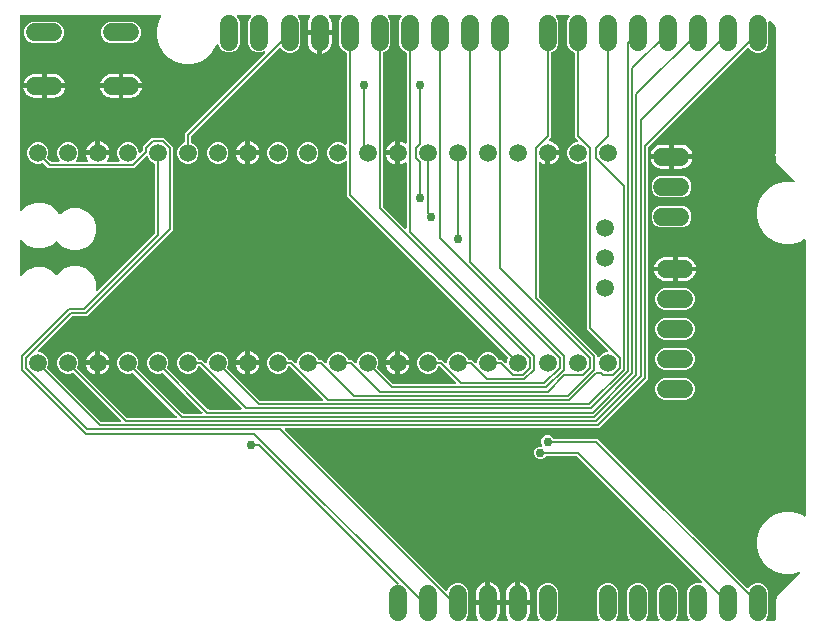
<source format=gbr>
G04 EAGLE Gerber RS-274X export*
G75*
%MOMM*%
%FSLAX34Y34*%
%LPD*%
%INBottom Copper*%
%IPPOS*%
%AMOC8*
5,1,8,0,0,1.08239X$1,22.5*%
G01*
%ADD10C,1.524000*%
%ADD11C,1.508000*%
%ADD12C,1.508000*%
%ADD13C,0.203200*%
%ADD14C,0.756400*%

G36*
X107696Y191093D02*
X107696Y191093D01*
X107725Y191090D01*
X107836Y191113D01*
X107949Y191129D01*
X107975Y191141D01*
X108004Y191146D01*
X108105Y191198D01*
X108208Y191245D01*
X108230Y191264D01*
X108256Y191277D01*
X108339Y191355D01*
X108425Y191428D01*
X108441Y191453D01*
X108463Y191473D01*
X108520Y191571D01*
X108583Y191665D01*
X108591Y191693D01*
X108606Y191718D01*
X108634Y191828D01*
X108668Y191936D01*
X108669Y191966D01*
X108676Y191994D01*
X108673Y192107D01*
X108676Y192220D01*
X108668Y192249D01*
X108667Y192278D01*
X108632Y192386D01*
X108604Y192495D01*
X108589Y192521D01*
X108580Y192549D01*
X108534Y192612D01*
X108459Y192740D01*
X108413Y192783D01*
X108385Y192822D01*
X68377Y232830D01*
X68376Y232831D01*
X68375Y232832D01*
X68256Y232921D01*
X68150Y233001D01*
X68148Y233002D01*
X68147Y233003D01*
X68013Y233053D01*
X67884Y233102D01*
X67882Y233102D01*
X67881Y233103D01*
X67742Y233114D01*
X67601Y233126D01*
X67599Y233125D01*
X67597Y233126D01*
X67583Y233122D01*
X67322Y233070D01*
X67295Y233056D01*
X67270Y233050D01*
X65303Y232235D01*
X61697Y232235D01*
X58365Y233615D01*
X55815Y236165D01*
X54435Y239497D01*
X54435Y243103D01*
X55815Y246435D01*
X58365Y248985D01*
X61697Y250365D01*
X65303Y250365D01*
X68635Y248985D01*
X71185Y246435D01*
X72565Y243103D01*
X72565Y239497D01*
X71750Y237530D01*
X71749Y237528D01*
X71749Y237527D01*
X71715Y237394D01*
X71679Y237254D01*
X71679Y237253D01*
X71679Y237251D01*
X71683Y237108D01*
X71687Y236970D01*
X71688Y236969D01*
X71688Y236967D01*
X71731Y236833D01*
X71774Y236699D01*
X71775Y236698D01*
X71775Y236697D01*
X71784Y236684D01*
X71932Y236463D01*
X71955Y236444D01*
X71970Y236423D01*
X113451Y194942D01*
X113521Y194890D01*
X113585Y194830D01*
X113634Y194804D01*
X113678Y194771D01*
X113760Y194740D01*
X113838Y194700D01*
X113885Y194692D01*
X113944Y194670D01*
X114092Y194658D01*
X114169Y194645D01*
X154911Y194645D01*
X154940Y194649D01*
X154969Y194646D01*
X155080Y194669D01*
X155193Y194685D01*
X155219Y194697D01*
X155248Y194702D01*
X155349Y194754D01*
X155452Y194801D01*
X155474Y194820D01*
X155500Y194833D01*
X155583Y194911D01*
X155669Y194984D01*
X155685Y195009D01*
X155707Y195029D01*
X155764Y195127D01*
X155827Y195221D01*
X155835Y195249D01*
X155850Y195274D01*
X155878Y195384D01*
X155912Y195492D01*
X155913Y195522D01*
X155920Y195550D01*
X155917Y195663D01*
X155920Y195776D01*
X155912Y195805D01*
X155911Y195834D01*
X155876Y195942D01*
X155848Y196051D01*
X155833Y196077D01*
X155824Y196105D01*
X155778Y196168D01*
X155703Y196296D01*
X155657Y196339D01*
X155629Y196378D01*
X119177Y232830D01*
X119176Y232831D01*
X119175Y232832D01*
X119056Y232921D01*
X118950Y233001D01*
X118948Y233002D01*
X118947Y233003D01*
X118813Y233053D01*
X118684Y233102D01*
X118682Y233102D01*
X118681Y233103D01*
X118542Y233114D01*
X118401Y233126D01*
X118399Y233125D01*
X118397Y233126D01*
X118383Y233122D01*
X118122Y233070D01*
X118095Y233056D01*
X118070Y233050D01*
X116103Y232235D01*
X112497Y232235D01*
X109165Y233615D01*
X106615Y236165D01*
X105235Y239497D01*
X105235Y243103D01*
X106615Y246435D01*
X109165Y248985D01*
X112497Y250365D01*
X116103Y250365D01*
X119435Y248985D01*
X121985Y246435D01*
X123365Y243103D01*
X123365Y239497D01*
X122550Y237530D01*
X122549Y237528D01*
X122549Y237527D01*
X122515Y237394D01*
X122479Y237254D01*
X122479Y237253D01*
X122479Y237251D01*
X122483Y237108D01*
X122487Y236970D01*
X122488Y236969D01*
X122488Y236967D01*
X122531Y236833D01*
X122574Y236699D01*
X122575Y236698D01*
X122575Y236697D01*
X122584Y236684D01*
X122732Y236463D01*
X122755Y236444D01*
X122770Y236423D01*
X160695Y198498D01*
X160765Y198446D01*
X160829Y198386D01*
X160878Y198360D01*
X160922Y198327D01*
X161004Y198296D01*
X161082Y198256D01*
X161129Y198248D01*
X161188Y198226D01*
X161336Y198214D01*
X161413Y198201D01*
X176755Y198201D01*
X176784Y198205D01*
X176813Y198202D01*
X176924Y198225D01*
X177037Y198241D01*
X177063Y198253D01*
X177092Y198258D01*
X177193Y198310D01*
X177296Y198357D01*
X177318Y198376D01*
X177344Y198389D01*
X177426Y198467D01*
X177513Y198540D01*
X177529Y198565D01*
X177551Y198585D01*
X177608Y198683D01*
X177671Y198777D01*
X177679Y198805D01*
X177694Y198830D01*
X177722Y198940D01*
X177756Y199048D01*
X177757Y199078D01*
X177764Y199106D01*
X177761Y199219D01*
X177764Y199332D01*
X177756Y199361D01*
X177755Y199390D01*
X177720Y199498D01*
X177692Y199607D01*
X177677Y199633D01*
X177668Y199661D01*
X177622Y199724D01*
X177547Y199852D01*
X177501Y199895D01*
X177473Y199934D01*
X144577Y232830D01*
X144576Y232831D01*
X144575Y232832D01*
X144459Y232918D01*
X144350Y233001D01*
X144348Y233001D01*
X144347Y233002D01*
X144213Y233053D01*
X144084Y233102D01*
X144082Y233102D01*
X144081Y233103D01*
X143936Y233114D01*
X143801Y233126D01*
X143799Y233125D01*
X143797Y233126D01*
X143782Y233122D01*
X143522Y233070D01*
X143495Y233056D01*
X143470Y233050D01*
X141503Y232235D01*
X137897Y232235D01*
X134565Y233615D01*
X132015Y236165D01*
X130635Y239497D01*
X130635Y243103D01*
X132015Y246435D01*
X134565Y248985D01*
X137897Y250365D01*
X141503Y250365D01*
X144835Y248985D01*
X147385Y246435D01*
X148765Y243103D01*
X148765Y239497D01*
X147950Y237530D01*
X147949Y237528D01*
X147949Y237527D01*
X147915Y237392D01*
X147879Y237254D01*
X147879Y237253D01*
X147879Y237251D01*
X147883Y237108D01*
X147887Y236970D01*
X147888Y236969D01*
X147888Y236967D01*
X147931Y236834D01*
X147974Y236699D01*
X147975Y236698D01*
X147975Y236697D01*
X147984Y236685D01*
X148132Y236463D01*
X148155Y236444D01*
X148170Y236423D01*
X182539Y202054D01*
X182609Y202002D01*
X182673Y201942D01*
X182722Y201916D01*
X182766Y201883D01*
X182848Y201852D01*
X182926Y201812D01*
X182973Y201804D01*
X183032Y201782D01*
X183180Y201770D01*
X183257Y201757D01*
X209744Y201757D01*
X209773Y201761D01*
X209802Y201758D01*
X209913Y201781D01*
X210025Y201797D01*
X210052Y201809D01*
X210081Y201814D01*
X210181Y201866D01*
X210285Y201913D01*
X210307Y201932D01*
X210333Y201945D01*
X210415Y202023D01*
X210502Y202096D01*
X210518Y202121D01*
X210539Y202141D01*
X210596Y202239D01*
X210659Y202333D01*
X210668Y202361D01*
X210683Y202386D01*
X210711Y202496D01*
X210745Y202604D01*
X210746Y202634D01*
X210753Y202662D01*
X210749Y202775D01*
X210752Y202888D01*
X210745Y202917D01*
X210744Y202946D01*
X210709Y203054D01*
X210681Y203163D01*
X210666Y203189D01*
X210657Y203217D01*
X210611Y203280D01*
X210535Y203408D01*
X210490Y203451D01*
X210462Y203490D01*
X175490Y238462D01*
X175420Y238514D01*
X175356Y238574D01*
X175307Y238600D01*
X175262Y238633D01*
X175181Y238664D01*
X175103Y238704D01*
X175055Y238712D01*
X174997Y238734D01*
X174849Y238746D01*
X174772Y238759D01*
X174538Y238759D01*
X174536Y238759D01*
X174534Y238759D01*
X174394Y238739D01*
X174256Y238719D01*
X174255Y238719D01*
X174253Y238719D01*
X174127Y238662D01*
X173997Y238603D01*
X173995Y238602D01*
X173994Y238601D01*
X173887Y238510D01*
X173780Y238420D01*
X173779Y238418D01*
X173778Y238417D01*
X173769Y238404D01*
X173622Y238183D01*
X173613Y238154D01*
X173600Y238133D01*
X172785Y236165D01*
X170235Y233615D01*
X166903Y232235D01*
X163297Y232235D01*
X159965Y233615D01*
X157415Y236165D01*
X156035Y239497D01*
X156035Y243103D01*
X157415Y246435D01*
X159965Y248985D01*
X163297Y250365D01*
X166903Y250365D01*
X170235Y248985D01*
X172785Y246435D01*
X173600Y244467D01*
X173600Y244466D01*
X173601Y244465D01*
X173672Y244345D01*
X173744Y244223D01*
X173745Y244222D01*
X173746Y244220D01*
X173850Y244123D01*
X173951Y244027D01*
X173952Y244027D01*
X173953Y244026D01*
X174079Y243961D01*
X174203Y243897D01*
X174205Y243897D01*
X174206Y243896D01*
X174221Y243894D01*
X174482Y243842D01*
X174513Y243845D01*
X174538Y243841D01*
X177297Y243841D01*
X179702Y241436D01*
X179726Y241418D01*
X179745Y241396D01*
X179794Y241363D01*
X179835Y241324D01*
X179883Y241300D01*
X179929Y241265D01*
X179957Y241254D01*
X179981Y241238D01*
X180040Y241219D01*
X180088Y241195D01*
X180132Y241188D01*
X180195Y241164D01*
X180224Y241161D01*
X180252Y241152D01*
X180359Y241150D01*
X180419Y241139D01*
X180420Y241139D01*
X180444Y241143D01*
X180478Y241140D01*
X180507Y241146D01*
X180536Y241145D01*
X180628Y241169D01*
X180702Y241179D01*
X180724Y241189D01*
X180757Y241196D01*
X180783Y241209D01*
X180811Y241217D01*
X180892Y241265D01*
X180961Y241296D01*
X180980Y241312D01*
X181009Y241327D01*
X181031Y241347D01*
X181056Y241362D01*
X181119Y241429D01*
X181178Y241479D01*
X181192Y241500D01*
X181215Y241523D01*
X181230Y241548D01*
X181250Y241569D01*
X181291Y241649D01*
X181336Y241716D01*
X181344Y241741D01*
X181359Y241768D01*
X181366Y241796D01*
X181380Y241823D01*
X181392Y241893D01*
X181421Y241987D01*
X181422Y242015D01*
X181429Y242043D01*
X181427Y242106D01*
X181435Y242154D01*
X181435Y243103D01*
X182815Y246435D01*
X185365Y248985D01*
X188697Y250365D01*
X192303Y250365D01*
X195635Y248985D01*
X198185Y246435D01*
X199565Y243103D01*
X199565Y239497D01*
X198750Y237530D01*
X198749Y237528D01*
X198749Y237527D01*
X198715Y237394D01*
X198679Y237254D01*
X198679Y237253D01*
X198679Y237251D01*
X198683Y237108D01*
X198687Y236970D01*
X198688Y236969D01*
X198688Y236967D01*
X198731Y236833D01*
X198774Y236699D01*
X198775Y236698D01*
X198775Y236697D01*
X198784Y236684D01*
X198932Y236463D01*
X198955Y236444D01*
X198970Y236423D01*
X226227Y209166D01*
X226297Y209114D01*
X226361Y209054D01*
X226410Y209028D01*
X226454Y208995D01*
X226536Y208964D01*
X226614Y208924D01*
X226661Y208916D01*
X226720Y208894D01*
X226868Y208882D01*
X226945Y208869D01*
X278832Y208869D01*
X278861Y208873D01*
X278890Y208870D01*
X279001Y208893D01*
X279113Y208909D01*
X279140Y208921D01*
X279169Y208926D01*
X279269Y208978D01*
X279373Y209025D01*
X279395Y209044D01*
X279421Y209057D01*
X279503Y209135D01*
X279590Y209208D01*
X279606Y209233D01*
X279627Y209253D01*
X279684Y209351D01*
X279747Y209445D01*
X279756Y209473D01*
X279771Y209498D01*
X279799Y209608D01*
X279833Y209716D01*
X279834Y209746D01*
X279841Y209774D01*
X279837Y209887D01*
X279840Y210000D01*
X279833Y210029D01*
X279832Y210058D01*
X279797Y210166D01*
X279769Y210275D01*
X279754Y210301D01*
X279745Y210329D01*
X279699Y210392D01*
X279623Y210520D01*
X279578Y210563D01*
X279550Y210602D01*
X251690Y238462D01*
X251620Y238514D01*
X251556Y238574D01*
X251507Y238600D01*
X251462Y238633D01*
X251381Y238664D01*
X251303Y238704D01*
X251255Y238712D01*
X251197Y238734D01*
X251049Y238746D01*
X250972Y238759D01*
X250738Y238759D01*
X250736Y238759D01*
X250734Y238759D01*
X250594Y238739D01*
X250456Y238719D01*
X250455Y238719D01*
X250453Y238719D01*
X250327Y238662D01*
X250197Y238603D01*
X250195Y238602D01*
X250194Y238601D01*
X250087Y238510D01*
X249980Y238420D01*
X249979Y238418D01*
X249978Y238417D01*
X249969Y238404D01*
X249822Y238183D01*
X249813Y238154D01*
X249800Y238133D01*
X248985Y236165D01*
X246435Y233615D01*
X243103Y232235D01*
X239497Y232235D01*
X236165Y233615D01*
X233615Y236165D01*
X232235Y239497D01*
X232235Y243103D01*
X233615Y246435D01*
X236165Y248985D01*
X239497Y250365D01*
X243103Y250365D01*
X246435Y248985D01*
X248985Y246435D01*
X249800Y244467D01*
X249800Y244466D01*
X249801Y244465D01*
X249872Y244345D01*
X249944Y244223D01*
X249945Y244222D01*
X249946Y244220D01*
X250050Y244123D01*
X250151Y244027D01*
X250152Y244027D01*
X250153Y244026D01*
X250279Y243961D01*
X250403Y243897D01*
X250405Y243897D01*
X250406Y243896D01*
X250421Y243894D01*
X250682Y243842D01*
X250713Y243845D01*
X250738Y243841D01*
X253497Y243841D01*
X255902Y241436D01*
X255926Y241418D01*
X255945Y241396D01*
X255994Y241363D01*
X256035Y241324D01*
X256083Y241300D01*
X256129Y241265D01*
X256157Y241254D01*
X256181Y241238D01*
X256240Y241219D01*
X256288Y241195D01*
X256332Y241188D01*
X256395Y241164D01*
X256424Y241161D01*
X256452Y241152D01*
X256559Y241150D01*
X256619Y241139D01*
X256620Y241139D01*
X256644Y241143D01*
X256678Y241140D01*
X256707Y241146D01*
X256736Y241145D01*
X256828Y241169D01*
X256902Y241179D01*
X256924Y241189D01*
X256957Y241196D01*
X256983Y241209D01*
X257011Y241217D01*
X257092Y241265D01*
X257161Y241296D01*
X257180Y241312D01*
X257209Y241327D01*
X257231Y241347D01*
X257256Y241362D01*
X257319Y241429D01*
X257378Y241479D01*
X257392Y241500D01*
X257415Y241523D01*
X257430Y241548D01*
X257450Y241569D01*
X257491Y241649D01*
X257536Y241716D01*
X257544Y241741D01*
X257559Y241768D01*
X257566Y241796D01*
X257580Y241823D01*
X257592Y241893D01*
X257621Y241987D01*
X257622Y242015D01*
X257629Y242043D01*
X257627Y242106D01*
X257635Y242154D01*
X257635Y243103D01*
X259015Y246435D01*
X261565Y248985D01*
X264897Y250365D01*
X268503Y250365D01*
X271835Y248985D01*
X274385Y246435D01*
X275200Y244467D01*
X275200Y244466D01*
X275201Y244465D01*
X275272Y244345D01*
X275344Y244223D01*
X275345Y244222D01*
X275346Y244220D01*
X275450Y244123D01*
X275551Y244027D01*
X275552Y244027D01*
X275553Y244026D01*
X275679Y243961D01*
X275803Y243897D01*
X275805Y243897D01*
X275806Y243896D01*
X275821Y243894D01*
X276082Y243842D01*
X276113Y243845D01*
X276138Y243841D01*
X278897Y243841D01*
X281302Y241436D01*
X281326Y241418D01*
X281345Y241396D01*
X281394Y241363D01*
X281435Y241324D01*
X281483Y241300D01*
X281529Y241265D01*
X281557Y241254D01*
X281581Y241238D01*
X281640Y241219D01*
X281688Y241195D01*
X281732Y241188D01*
X281795Y241164D01*
X281824Y241161D01*
X281852Y241152D01*
X281959Y241150D01*
X282019Y241139D01*
X282020Y241139D01*
X282044Y241143D01*
X282078Y241140D01*
X282107Y241146D01*
X282136Y241145D01*
X282228Y241169D01*
X282302Y241179D01*
X282324Y241189D01*
X282357Y241196D01*
X282383Y241209D01*
X282411Y241217D01*
X282492Y241265D01*
X282561Y241296D01*
X282580Y241312D01*
X282609Y241327D01*
X282631Y241347D01*
X282656Y241362D01*
X282719Y241429D01*
X282778Y241479D01*
X282792Y241500D01*
X282815Y241523D01*
X282830Y241548D01*
X282850Y241569D01*
X282891Y241649D01*
X282936Y241716D01*
X282944Y241741D01*
X282959Y241768D01*
X282966Y241796D01*
X282980Y241823D01*
X282992Y241893D01*
X283021Y241987D01*
X283022Y242015D01*
X283029Y242043D01*
X283027Y242106D01*
X283035Y242154D01*
X283035Y243103D01*
X284415Y246435D01*
X286965Y248985D01*
X290297Y250365D01*
X293903Y250365D01*
X297235Y248985D01*
X299785Y246435D01*
X300600Y244467D01*
X300600Y244466D01*
X300601Y244465D01*
X300672Y244345D01*
X300744Y244223D01*
X300745Y244222D01*
X300746Y244220D01*
X300850Y244123D01*
X300951Y244027D01*
X300952Y244027D01*
X300953Y244026D01*
X301079Y243961D01*
X301203Y243897D01*
X301205Y243897D01*
X301206Y243896D01*
X301221Y243894D01*
X301482Y243842D01*
X301513Y243845D01*
X301538Y243841D01*
X304297Y243841D01*
X306702Y241436D01*
X306726Y241418D01*
X306745Y241396D01*
X306794Y241363D01*
X306835Y241324D01*
X306883Y241300D01*
X306929Y241265D01*
X306957Y241254D01*
X306981Y241238D01*
X307040Y241219D01*
X307088Y241195D01*
X307132Y241188D01*
X307195Y241164D01*
X307224Y241161D01*
X307252Y241152D01*
X307359Y241150D01*
X307419Y241139D01*
X307420Y241139D01*
X307444Y241143D01*
X307478Y241140D01*
X307507Y241146D01*
X307536Y241145D01*
X307628Y241169D01*
X307702Y241179D01*
X307724Y241189D01*
X307757Y241196D01*
X307783Y241209D01*
X307811Y241217D01*
X307892Y241265D01*
X307961Y241296D01*
X307980Y241312D01*
X308009Y241327D01*
X308031Y241347D01*
X308056Y241362D01*
X308119Y241429D01*
X308178Y241479D01*
X308192Y241500D01*
X308215Y241523D01*
X308230Y241548D01*
X308250Y241569D01*
X308291Y241649D01*
X308336Y241716D01*
X308344Y241741D01*
X308359Y241768D01*
X308366Y241796D01*
X308380Y241823D01*
X308392Y241893D01*
X308421Y241987D01*
X308422Y242015D01*
X308429Y242043D01*
X308427Y242106D01*
X308435Y242154D01*
X308435Y243103D01*
X309815Y246435D01*
X312365Y248985D01*
X315697Y250365D01*
X319303Y250365D01*
X322635Y248985D01*
X325185Y246435D01*
X326565Y243103D01*
X326565Y239497D01*
X325750Y237530D01*
X325749Y237528D01*
X325749Y237527D01*
X325715Y237392D01*
X325679Y237254D01*
X325679Y237253D01*
X325679Y237251D01*
X325683Y237108D01*
X325687Y236970D01*
X325688Y236969D01*
X325688Y236967D01*
X325731Y236834D01*
X325774Y236699D01*
X325775Y236698D01*
X325775Y236697D01*
X325784Y236685D01*
X325932Y236463D01*
X325955Y236444D01*
X325970Y236423D01*
X339003Y223390D01*
X339073Y223338D01*
X339137Y223278D01*
X339186Y223252D01*
X339230Y223219D01*
X339312Y223188D01*
X339390Y223148D01*
X339437Y223140D01*
X339496Y223118D01*
X339644Y223106D01*
X339721Y223093D01*
X391608Y223093D01*
X391637Y223097D01*
X391666Y223094D01*
X391777Y223117D01*
X391889Y223133D01*
X391916Y223145D01*
X391945Y223150D01*
X392045Y223202D01*
X392149Y223249D01*
X392171Y223268D01*
X392197Y223281D01*
X392279Y223359D01*
X392366Y223432D01*
X392382Y223457D01*
X392403Y223477D01*
X392460Y223575D01*
X392523Y223669D01*
X392532Y223697D01*
X392547Y223722D01*
X392575Y223832D01*
X392609Y223940D01*
X392610Y223970D01*
X392617Y223998D01*
X392613Y224111D01*
X392616Y224224D01*
X392609Y224253D01*
X392608Y224282D01*
X392573Y224390D01*
X392545Y224499D01*
X392530Y224525D01*
X392521Y224553D01*
X392475Y224616D01*
X392399Y224744D01*
X392354Y224787D01*
X392326Y224826D01*
X378690Y238462D01*
X378620Y238514D01*
X378556Y238574D01*
X378507Y238600D01*
X378462Y238633D01*
X378381Y238664D01*
X378303Y238704D01*
X378255Y238712D01*
X378197Y238734D01*
X378049Y238746D01*
X377972Y238759D01*
X377738Y238759D01*
X377736Y238759D01*
X377734Y238759D01*
X377594Y238739D01*
X377456Y238719D01*
X377455Y238719D01*
X377453Y238719D01*
X377327Y238662D01*
X377197Y238603D01*
X377195Y238602D01*
X377194Y238601D01*
X377087Y238510D01*
X376980Y238420D01*
X376979Y238418D01*
X376978Y238417D01*
X376969Y238404D01*
X376822Y238183D01*
X376813Y238154D01*
X376800Y238133D01*
X375985Y236165D01*
X373435Y233615D01*
X370103Y232235D01*
X366497Y232235D01*
X363165Y233615D01*
X360615Y236165D01*
X359235Y239497D01*
X359235Y243103D01*
X360615Y246435D01*
X363165Y248985D01*
X366497Y250365D01*
X370103Y250365D01*
X373435Y248985D01*
X375985Y246435D01*
X376800Y244467D01*
X376800Y244466D01*
X376801Y244465D01*
X376872Y244345D01*
X376944Y244223D01*
X376945Y244222D01*
X376946Y244220D01*
X377050Y244123D01*
X377151Y244027D01*
X377152Y244027D01*
X377153Y244026D01*
X377279Y243961D01*
X377403Y243897D01*
X377405Y243897D01*
X377406Y243896D01*
X377421Y243894D01*
X377682Y243842D01*
X377713Y243845D01*
X377738Y243841D01*
X380497Y243841D01*
X382902Y241436D01*
X382926Y241418D01*
X382945Y241396D01*
X382994Y241363D01*
X383035Y241324D01*
X383083Y241300D01*
X383129Y241265D01*
X383157Y241254D01*
X383181Y241238D01*
X383240Y241219D01*
X383288Y241195D01*
X383332Y241188D01*
X383395Y241164D01*
X383424Y241161D01*
X383452Y241152D01*
X383559Y241150D01*
X383619Y241139D01*
X383620Y241139D01*
X383644Y241143D01*
X383678Y241140D01*
X383707Y241146D01*
X383736Y241145D01*
X383828Y241169D01*
X383902Y241179D01*
X383924Y241189D01*
X383957Y241196D01*
X383983Y241209D01*
X384011Y241217D01*
X384092Y241265D01*
X384161Y241296D01*
X384180Y241312D01*
X384209Y241327D01*
X384231Y241347D01*
X384256Y241362D01*
X384319Y241429D01*
X384378Y241479D01*
X384392Y241500D01*
X384415Y241523D01*
X384430Y241548D01*
X384450Y241569D01*
X384491Y241649D01*
X384536Y241716D01*
X384544Y241741D01*
X384559Y241768D01*
X384566Y241796D01*
X384580Y241823D01*
X384592Y241893D01*
X384621Y241987D01*
X384622Y242015D01*
X384629Y242043D01*
X384627Y242106D01*
X384635Y242154D01*
X384635Y243103D01*
X386015Y246435D01*
X388565Y248985D01*
X391897Y250365D01*
X395503Y250365D01*
X398835Y248985D01*
X401385Y246435D01*
X402200Y244467D01*
X402200Y244466D01*
X402201Y244465D01*
X402272Y244345D01*
X402344Y244223D01*
X402345Y244222D01*
X402346Y244220D01*
X402450Y244123D01*
X402551Y244027D01*
X402552Y244027D01*
X402553Y244026D01*
X402679Y243961D01*
X402803Y243897D01*
X402805Y243897D01*
X402806Y243896D01*
X402821Y243894D01*
X403082Y243842D01*
X403113Y243845D01*
X403138Y243841D01*
X405897Y243841D01*
X408302Y241436D01*
X408326Y241418D01*
X408345Y241396D01*
X408394Y241363D01*
X408435Y241324D01*
X408483Y241300D01*
X408529Y241265D01*
X408557Y241254D01*
X408581Y241238D01*
X408640Y241219D01*
X408688Y241195D01*
X408732Y241188D01*
X408795Y241164D01*
X408824Y241161D01*
X408852Y241152D01*
X408959Y241150D01*
X409019Y241139D01*
X409020Y241139D01*
X409044Y241143D01*
X409078Y241140D01*
X409107Y241146D01*
X409136Y241145D01*
X409228Y241169D01*
X409302Y241179D01*
X409324Y241189D01*
X409357Y241196D01*
X409383Y241209D01*
X409411Y241217D01*
X409492Y241265D01*
X409561Y241296D01*
X409580Y241312D01*
X409609Y241327D01*
X409631Y241347D01*
X409656Y241362D01*
X409719Y241429D01*
X409778Y241479D01*
X409792Y241500D01*
X409815Y241523D01*
X409830Y241548D01*
X409850Y241569D01*
X409891Y241649D01*
X409936Y241716D01*
X409944Y241741D01*
X409959Y241768D01*
X409966Y241796D01*
X409980Y241823D01*
X409992Y241893D01*
X410021Y241987D01*
X410022Y242015D01*
X410029Y242043D01*
X410027Y242106D01*
X410035Y242154D01*
X410035Y243103D01*
X411415Y246435D01*
X413965Y248985D01*
X417297Y250365D01*
X420903Y250365D01*
X424235Y248985D01*
X426785Y246435D01*
X427600Y244467D01*
X427600Y244466D01*
X427601Y244465D01*
X427672Y244345D01*
X427744Y244223D01*
X427745Y244222D01*
X427746Y244220D01*
X427850Y244123D01*
X427951Y244027D01*
X427952Y244027D01*
X427953Y244026D01*
X428079Y243961D01*
X428203Y243897D01*
X428205Y243897D01*
X428206Y243896D01*
X428221Y243894D01*
X428482Y243842D01*
X428513Y243845D01*
X428538Y243841D01*
X431297Y243841D01*
X433702Y241436D01*
X433726Y241418D01*
X433745Y241396D01*
X433794Y241363D01*
X433835Y241324D01*
X433883Y241300D01*
X433929Y241265D01*
X433957Y241254D01*
X433981Y241238D01*
X434040Y241219D01*
X434088Y241195D01*
X434132Y241188D01*
X434195Y241164D01*
X434224Y241161D01*
X434252Y241152D01*
X434359Y241150D01*
X434419Y241139D01*
X434420Y241139D01*
X434444Y241143D01*
X434478Y241140D01*
X434507Y241146D01*
X434536Y241145D01*
X434628Y241169D01*
X434702Y241179D01*
X434724Y241189D01*
X434757Y241196D01*
X434783Y241209D01*
X434811Y241217D01*
X434892Y241265D01*
X434961Y241296D01*
X434980Y241312D01*
X435009Y241327D01*
X435031Y241347D01*
X435056Y241362D01*
X435119Y241429D01*
X435178Y241479D01*
X435192Y241500D01*
X435215Y241523D01*
X435230Y241548D01*
X435250Y241569D01*
X435291Y241649D01*
X435336Y241716D01*
X435344Y241741D01*
X435359Y241768D01*
X435366Y241796D01*
X435380Y241823D01*
X435392Y241893D01*
X435421Y241987D01*
X435422Y242015D01*
X435429Y242043D01*
X435427Y242106D01*
X435435Y242154D01*
X435435Y243103D01*
X436250Y245070D01*
X436251Y245072D01*
X436251Y245073D01*
X436285Y245206D01*
X436321Y245346D01*
X436321Y245347D01*
X436321Y245349D01*
X436317Y245490D01*
X436313Y245630D01*
X436312Y245631D01*
X436312Y245633D01*
X436269Y245767D01*
X436226Y245901D01*
X436225Y245902D01*
X436225Y245903D01*
X436216Y245916D01*
X436068Y246137D01*
X436045Y246156D01*
X436030Y246177D01*
X299719Y382488D01*
X299719Y411449D01*
X299715Y411478D01*
X299718Y411507D01*
X299695Y411618D01*
X299679Y411730D01*
X299667Y411757D01*
X299662Y411786D01*
X299609Y411886D01*
X299563Y411990D01*
X299544Y412012D01*
X299531Y412038D01*
X299453Y412120D01*
X299380Y412207D01*
X299355Y412223D01*
X299335Y412244D01*
X299237Y412301D01*
X299143Y412364D01*
X299115Y412373D01*
X299090Y412388D01*
X298980Y412416D01*
X298872Y412450D01*
X298842Y412451D01*
X298814Y412458D01*
X298701Y412454D01*
X298588Y412457D01*
X298559Y412450D01*
X298530Y412449D01*
X298422Y412414D01*
X298313Y412386D01*
X298287Y412371D01*
X298259Y412362D01*
X298195Y412316D01*
X298068Y412240D01*
X298025Y412195D01*
X297986Y412167D01*
X297235Y411415D01*
X293903Y410035D01*
X290297Y410035D01*
X286965Y411415D01*
X284415Y413965D01*
X283035Y417297D01*
X283035Y420903D01*
X284415Y424235D01*
X286965Y426785D01*
X290297Y428165D01*
X293903Y428165D01*
X297235Y426785D01*
X297986Y426033D01*
X298010Y426016D01*
X298029Y425993D01*
X298123Y425931D01*
X298213Y425862D01*
X298241Y425852D01*
X298265Y425836D01*
X298373Y425802D01*
X298479Y425761D01*
X298508Y425759D01*
X298536Y425750D01*
X298650Y425747D01*
X298762Y425738D01*
X298791Y425743D01*
X298820Y425743D01*
X298930Y425771D01*
X299041Y425794D01*
X299067Y425807D01*
X299095Y425814D01*
X299193Y425872D01*
X299293Y425924D01*
X299315Y425945D01*
X299340Y425960D01*
X299417Y426042D01*
X299499Y426120D01*
X299514Y426146D01*
X299534Y426167D01*
X299586Y426268D01*
X299643Y426366D01*
X299650Y426394D01*
X299664Y426420D01*
X299677Y426497D01*
X299713Y426641D01*
X299711Y426704D01*
X299719Y426751D01*
X299719Y503556D01*
X299719Y503557D01*
X299719Y503559D01*
X299699Y503699D01*
X299679Y503837D01*
X299679Y503839D01*
X299679Y503840D01*
X299622Y503966D01*
X299563Y504097D01*
X299562Y504098D01*
X299561Y504099D01*
X299471Y504206D01*
X299380Y504314D01*
X299378Y504315D01*
X299377Y504316D01*
X299364Y504324D01*
X299143Y504471D01*
X299114Y504481D01*
X299093Y504494D01*
X297080Y505327D01*
X294507Y507900D01*
X293115Y511261D01*
X293115Y530139D01*
X294507Y533500D01*
X295157Y534150D01*
X295175Y534173D01*
X295197Y534192D01*
X295260Y534286D01*
X295328Y534377D01*
X295339Y534404D01*
X295355Y534429D01*
X295389Y534537D01*
X295429Y534643D01*
X295432Y534672D01*
X295441Y534700D01*
X295444Y534813D01*
X295453Y534926D01*
X295447Y534955D01*
X295448Y534984D01*
X295419Y535094D01*
X295397Y535205D01*
X295383Y535231D01*
X295376Y535259D01*
X295318Y535356D01*
X295266Y535457D01*
X295246Y535478D01*
X295231Y535504D01*
X295148Y535581D01*
X295070Y535663D01*
X295045Y535678D01*
X295023Y535698D01*
X294923Y535750D01*
X294825Y535807D01*
X294797Y535814D01*
X294770Y535828D01*
X294693Y535841D01*
X294549Y535877D01*
X294487Y535875D01*
X294439Y535883D01*
X285918Y535882D01*
X285827Y535869D01*
X285735Y535865D01*
X285687Y535849D01*
X285636Y535842D01*
X285553Y535804D01*
X285465Y535775D01*
X285423Y535746D01*
X285377Y535725D01*
X285307Y535666D01*
X285231Y535614D01*
X285199Y535575D01*
X285160Y535542D01*
X285109Y535465D01*
X285051Y535394D01*
X285031Y535348D01*
X285002Y535305D01*
X284975Y535217D01*
X284938Y535133D01*
X284932Y535083D01*
X284917Y535034D01*
X284914Y534942D01*
X284903Y534851D01*
X284911Y534801D01*
X284909Y534750D01*
X284933Y534661D01*
X284947Y534570D01*
X284967Y534530D01*
X284981Y534475D01*
X285062Y534339D01*
X285097Y534270D01*
X285550Y533645D01*
X286276Y532220D01*
X286771Y530699D01*
X287021Y529120D01*
X287021Y522731D01*
X277876Y522731D01*
X277818Y522723D01*
X277760Y522725D01*
X277678Y522703D01*
X277595Y522691D01*
X277541Y522667D01*
X277485Y522653D01*
X277412Y522610D01*
X277335Y522575D01*
X277291Y522537D01*
X277240Y522507D01*
X277183Y522446D01*
X277118Y522391D01*
X277086Y522343D01*
X277046Y522300D01*
X277007Y522225D01*
X276961Y522155D01*
X276943Y522099D01*
X276916Y522047D01*
X276905Y521979D01*
X276875Y521884D01*
X276872Y521784D01*
X276861Y521716D01*
X276861Y520699D01*
X276859Y520699D01*
X276859Y521716D01*
X276851Y521774D01*
X276852Y521832D01*
X276831Y521914D01*
X276819Y521997D01*
X276795Y522051D01*
X276781Y522107D01*
X276738Y522180D01*
X276703Y522257D01*
X276665Y522302D01*
X276635Y522352D01*
X276574Y522410D01*
X276519Y522474D01*
X276471Y522506D01*
X276428Y522546D01*
X276353Y522585D01*
X276283Y522631D01*
X276227Y522649D01*
X276175Y522676D01*
X276107Y522687D01*
X276012Y522717D01*
X275912Y522720D01*
X275844Y522731D01*
X266699Y522731D01*
X266699Y529120D01*
X266949Y530699D01*
X267444Y532220D01*
X268170Y533645D01*
X268621Y534267D01*
X268664Y534348D01*
X268716Y534425D01*
X268731Y534473D01*
X268755Y534518D01*
X268773Y534608D01*
X268801Y534696D01*
X268803Y534747D01*
X268813Y534796D01*
X268806Y534888D01*
X268808Y534980D01*
X268796Y535029D01*
X268792Y535080D01*
X268760Y535166D01*
X268737Y535255D01*
X268711Y535299D01*
X268693Y535346D01*
X268638Y535421D01*
X268591Y535500D01*
X268554Y535534D01*
X268524Y535575D01*
X268451Y535631D01*
X268384Y535694D01*
X268339Y535717D01*
X268299Y535748D01*
X268213Y535782D01*
X268131Y535823D01*
X268087Y535831D01*
X268034Y535852D01*
X267876Y535866D01*
X267800Y535879D01*
X259286Y535878D01*
X259257Y535873D01*
X259228Y535876D01*
X259117Y535854D01*
X259004Y535838D01*
X258978Y535826D01*
X258949Y535820D01*
X258848Y535768D01*
X258745Y535721D01*
X258723Y535703D01*
X258697Y535689D01*
X258614Y535611D01*
X258528Y535538D01*
X258512Y535513D01*
X258491Y535493D01*
X258433Y535395D01*
X258371Y535301D01*
X258362Y535273D01*
X258347Y535248D01*
X258319Y535138D01*
X258285Y535030D01*
X258284Y535001D01*
X258277Y534972D01*
X258280Y534859D01*
X258278Y534746D01*
X258285Y534718D01*
X258286Y534688D01*
X258321Y534580D01*
X258349Y534471D01*
X258364Y534446D01*
X258373Y534418D01*
X258419Y534354D01*
X258495Y534226D01*
X258540Y534184D01*
X258568Y534144D01*
X259213Y533500D01*
X260605Y530139D01*
X260605Y511261D01*
X259213Y507900D01*
X256640Y505327D01*
X253279Y503935D01*
X249641Y503935D01*
X246280Y505327D01*
X243698Y507909D01*
X243651Y507944D01*
X243611Y507987D01*
X243538Y508029D01*
X243471Y508080D01*
X243416Y508101D01*
X243366Y508131D01*
X243284Y508151D01*
X243205Y508181D01*
X243147Y508186D01*
X243090Y508201D01*
X243006Y508198D01*
X242922Y508205D01*
X242865Y508193D01*
X242806Y508192D01*
X242726Y508166D01*
X242643Y508149D01*
X242591Y508122D01*
X242536Y508104D01*
X242480Y508064D01*
X242391Y508018D01*
X242319Y507949D01*
X242262Y507909D01*
X167938Y433585D01*
X167886Y433515D01*
X167826Y433451D01*
X167800Y433402D01*
X167767Y433358D01*
X167736Y433276D01*
X167696Y433198D01*
X167688Y433151D01*
X167666Y433092D01*
X167654Y432944D01*
X167641Y432867D01*
X167641Y428538D01*
X167641Y428536D01*
X167641Y428534D01*
X167662Y428387D01*
X167681Y428256D01*
X167681Y428255D01*
X167681Y428253D01*
X167738Y428127D01*
X167797Y427997D01*
X167798Y427995D01*
X167799Y427994D01*
X167890Y427887D01*
X167980Y427780D01*
X167982Y427779D01*
X167983Y427778D01*
X167996Y427769D01*
X168217Y427622D01*
X168246Y427613D01*
X168267Y427600D01*
X170235Y426785D01*
X172785Y424235D01*
X174165Y420903D01*
X174165Y417297D01*
X172785Y413965D01*
X170235Y411415D01*
X166903Y410035D01*
X163297Y410035D01*
X159965Y411415D01*
X157415Y413965D01*
X156035Y417297D01*
X156035Y420903D01*
X157415Y424235D01*
X159965Y426785D01*
X161933Y427600D01*
X161934Y427600D01*
X161935Y427601D01*
X162054Y427671D01*
X162177Y427744D01*
X162178Y427745D01*
X162180Y427746D01*
X162277Y427850D01*
X162373Y427951D01*
X162373Y427952D01*
X162374Y427953D01*
X162437Y428076D01*
X162503Y428203D01*
X162503Y428205D01*
X162504Y428206D01*
X162506Y428221D01*
X162558Y428482D01*
X162555Y428513D01*
X162559Y428538D01*
X162559Y435392D01*
X230506Y503339D01*
X230557Y503407D01*
X230616Y503470D01*
X230642Y503521D01*
X230676Y503566D01*
X230707Y503646D01*
X230746Y503723D01*
X230757Y503778D01*
X230778Y503832D01*
X230785Y503917D01*
X230801Y504001D01*
X230797Y504058D01*
X230801Y504115D01*
X230784Y504199D01*
X230777Y504285D01*
X230757Y504338D01*
X230745Y504394D01*
X230706Y504470D01*
X230675Y504550D01*
X230641Y504595D01*
X230614Y504646D01*
X230555Y504708D01*
X230503Y504777D01*
X230458Y504811D01*
X230419Y504852D01*
X230344Y504896D01*
X230276Y504947D01*
X230222Y504967D01*
X230173Y504996D01*
X230090Y505017D01*
X230010Y505047D01*
X229953Y505052D01*
X229898Y505066D01*
X229812Y505063D01*
X229726Y505070D01*
X229678Y505059D01*
X229614Y505057D01*
X229476Y505012D01*
X229399Y504995D01*
X227228Y504095D01*
X223622Y504095D01*
X220290Y505475D01*
X217740Y508025D01*
X216360Y511357D01*
X216360Y530043D01*
X217740Y533375D01*
X218503Y534138D01*
X218521Y534161D01*
X218544Y534180D01*
X218607Y534275D01*
X218674Y534365D01*
X218685Y534393D01*
X218701Y534417D01*
X218735Y534525D01*
X218776Y534631D01*
X218778Y534660D01*
X218787Y534688D01*
X218790Y534801D01*
X218799Y534914D01*
X218793Y534943D01*
X218794Y534972D01*
X218766Y535082D01*
X218743Y535193D01*
X218730Y535219D01*
X218722Y535247D01*
X218664Y535345D01*
X218612Y535445D01*
X218592Y535466D01*
X218577Y535492D01*
X218495Y535569D01*
X218417Y535651D01*
X218391Y535666D01*
X218370Y535686D01*
X218269Y535738D01*
X218171Y535795D01*
X218143Y535802D01*
X218117Y535816D01*
X218039Y535829D01*
X217896Y535865D01*
X217833Y535863D01*
X217785Y535871D01*
X207666Y535870D01*
X207637Y535865D01*
X207608Y535868D01*
X207497Y535846D01*
X207384Y535830D01*
X207358Y535818D01*
X207329Y535812D01*
X207228Y535760D01*
X207125Y535713D01*
X207103Y535694D01*
X207077Y535681D01*
X206994Y535603D01*
X206908Y535530D01*
X206892Y535505D01*
X206871Y535485D01*
X206813Y535387D01*
X206750Y535293D01*
X206742Y535265D01*
X206727Y535240D01*
X206699Y535130D01*
X206665Y535022D01*
X206664Y534993D01*
X206657Y534964D01*
X206660Y534851D01*
X206657Y534738D01*
X206665Y534710D01*
X206666Y534680D01*
X206701Y534572D01*
X206729Y534463D01*
X206744Y534438D01*
X206753Y534410D01*
X206799Y534346D01*
X206875Y534218D01*
X206920Y534176D01*
X206948Y534136D01*
X207710Y533375D01*
X209090Y530043D01*
X209090Y511357D01*
X207710Y508025D01*
X205160Y505475D01*
X201828Y504095D01*
X198222Y504095D01*
X194890Y505475D01*
X192340Y508025D01*
X191311Y510511D01*
X191257Y510601D01*
X191211Y510695D01*
X191185Y510723D01*
X191166Y510755D01*
X191090Y510827D01*
X191019Y510905D01*
X190987Y510925D01*
X190960Y510951D01*
X190866Y510999D01*
X190776Y511054D01*
X190740Y511064D01*
X190707Y511081D01*
X190604Y511101D01*
X190502Y511129D01*
X190465Y511128D01*
X190428Y511136D01*
X190323Y511127D01*
X190218Y511125D01*
X190182Y511114D01*
X190145Y511111D01*
X190047Y511074D01*
X189946Y511043D01*
X189914Y511023D01*
X189879Y511009D01*
X189796Y510946D01*
X189707Y510889D01*
X189686Y510863D01*
X189653Y510838D01*
X189532Y510676D01*
X189494Y510630D01*
X186034Y504637D01*
X181163Y499766D01*
X175198Y496322D01*
X168544Y494539D01*
X161656Y494539D01*
X155002Y496322D01*
X149037Y499766D01*
X144166Y504637D01*
X140722Y510602D01*
X138939Y517256D01*
X138939Y524144D01*
X140722Y530798D01*
X142765Y534336D01*
X142780Y534373D01*
X142802Y534405D01*
X142833Y534504D01*
X142871Y534600D01*
X142875Y534639D01*
X142887Y534676D01*
X142890Y534780D01*
X142900Y534883D01*
X142894Y534921D01*
X142895Y534961D01*
X142868Y535061D01*
X142850Y535163D01*
X142833Y535198D01*
X142823Y535236D01*
X142770Y535324D01*
X142724Y535417D01*
X142697Y535446D01*
X142677Y535480D01*
X142602Y535551D01*
X142532Y535627D01*
X142499Y535648D01*
X142470Y535674D01*
X142378Y535722D01*
X142290Y535776D01*
X142252Y535786D01*
X142217Y535804D01*
X142140Y535817D01*
X142015Y535851D01*
X141941Y535850D01*
X141886Y535859D01*
X23876Y535841D01*
X23818Y535833D01*
X23760Y535834D01*
X23678Y535813D01*
X23594Y535801D01*
X23541Y535777D01*
X23485Y535763D01*
X23412Y535719D01*
X23335Y535685D01*
X23290Y535647D01*
X23240Y535617D01*
X23182Y535556D01*
X23118Y535501D01*
X23086Y535453D01*
X23046Y535410D01*
X23007Y535335D01*
X22960Y535265D01*
X22943Y535209D01*
X22916Y535157D01*
X22905Y535089D01*
X22875Y534993D01*
X22872Y534894D01*
X22861Y534826D01*
X22861Y370459D01*
X22865Y370430D01*
X22862Y370401D01*
X22885Y370290D01*
X22901Y370178D01*
X22913Y370151D01*
X22918Y370122D01*
X22970Y370022D01*
X23017Y369918D01*
X23036Y369896D01*
X23049Y369870D01*
X23127Y369788D01*
X23200Y369701D01*
X23225Y369685D01*
X23245Y369664D01*
X23343Y369606D01*
X23437Y369544D01*
X23465Y369535D01*
X23490Y369520D01*
X23600Y369492D01*
X23708Y369458D01*
X23738Y369457D01*
X23766Y369450D01*
X23879Y369453D01*
X23992Y369451D01*
X24021Y369458D01*
X24050Y369459D01*
X24158Y369494D01*
X24267Y369522D01*
X24293Y369537D01*
X24321Y369546D01*
X24384Y369592D01*
X24512Y369668D01*
X24555Y369713D01*
X24594Y369741D01*
X28546Y373694D01*
X35589Y376611D01*
X43211Y376611D01*
X50254Y373694D01*
X55644Y368304D01*
X55922Y367633D01*
X55980Y367534D01*
X56033Y367432D01*
X56052Y367412D01*
X56066Y367388D01*
X56150Y367309D01*
X56229Y367226D01*
X56253Y367212D01*
X56273Y367193D01*
X56375Y367140D01*
X56474Y367082D01*
X56501Y367075D01*
X56525Y367063D01*
X56638Y367040D01*
X56749Y367012D01*
X56777Y367013D01*
X56804Y367008D01*
X56919Y367017D01*
X57034Y367021D01*
X57060Y367030D01*
X57088Y367032D01*
X57195Y367073D01*
X57304Y367109D01*
X57324Y367123D01*
X57353Y367134D01*
X57419Y367184D01*
X57425Y367187D01*
X57446Y367205D01*
X57565Y367294D01*
X57577Y367303D01*
X59696Y369422D01*
X66187Y372111D01*
X73213Y372111D01*
X79704Y369422D01*
X84672Y364454D01*
X87361Y357963D01*
X87361Y350937D01*
X84672Y344446D01*
X79704Y339478D01*
X73213Y336789D01*
X66187Y336789D01*
X59696Y339478D01*
X54829Y344345D01*
X54782Y344381D01*
X54742Y344423D01*
X54669Y344466D01*
X54601Y344516D01*
X54547Y344537D01*
X54496Y344567D01*
X54415Y344587D01*
X54336Y344618D01*
X54277Y344622D01*
X54221Y344637D01*
X54136Y344634D01*
X54052Y344641D01*
X53995Y344630D01*
X53937Y344628D01*
X53856Y344602D01*
X53774Y344585D01*
X53722Y344558D01*
X53666Y344540D01*
X53610Y344500D01*
X53521Y344454D01*
X53449Y344385D01*
X53393Y344345D01*
X50254Y341206D01*
X43211Y338289D01*
X35589Y338289D01*
X28546Y341206D01*
X24594Y345159D01*
X24570Y345176D01*
X24551Y345199D01*
X24457Y345262D01*
X24367Y345330D01*
X24339Y345340D01*
X24315Y345356D01*
X24207Y345391D01*
X24101Y345431D01*
X24072Y345433D01*
X24044Y345442D01*
X23930Y345445D01*
X23818Y345454D01*
X23789Y345449D01*
X23760Y345449D01*
X23650Y345421D01*
X23539Y345399D01*
X23513Y345385D01*
X23485Y345378D01*
X23387Y345320D01*
X23287Y345268D01*
X23265Y345247D01*
X23240Y345232D01*
X23163Y345150D01*
X23081Y345072D01*
X23066Y345046D01*
X23046Y345025D01*
X22994Y344924D01*
X22937Y344826D01*
X22930Y344798D01*
X22916Y344772D01*
X22903Y344695D01*
X22867Y344551D01*
X22869Y344488D01*
X22861Y344441D01*
X22861Y315959D01*
X22865Y315930D01*
X22862Y315901D01*
X22885Y315790D01*
X22901Y315678D01*
X22913Y315651D01*
X22918Y315622D01*
X22970Y315522D01*
X23017Y315418D01*
X23036Y315396D01*
X23049Y315370D01*
X23127Y315288D01*
X23200Y315201D01*
X23225Y315185D01*
X23245Y315164D01*
X23343Y315106D01*
X23437Y315044D01*
X23465Y315035D01*
X23490Y315020D01*
X23600Y314992D01*
X23708Y314958D01*
X23738Y314957D01*
X23766Y314950D01*
X23879Y314953D01*
X23992Y314951D01*
X24021Y314958D01*
X24050Y314959D01*
X24158Y314994D01*
X24267Y315022D01*
X24293Y315037D01*
X24321Y315046D01*
X24384Y315092D01*
X24512Y315168D01*
X24555Y315213D01*
X24594Y315241D01*
X28546Y319194D01*
X35589Y322111D01*
X43211Y322111D01*
X50254Y319194D01*
X53393Y316055D01*
X53440Y316019D01*
X53480Y315977D01*
X53553Y315934D01*
X53620Y315884D01*
X53675Y315863D01*
X53725Y315833D01*
X53807Y315813D01*
X53886Y315782D01*
X53944Y315778D01*
X54001Y315763D01*
X54085Y315766D01*
X54169Y315759D01*
X54226Y315770D01*
X54285Y315772D01*
X54365Y315798D01*
X54448Y315815D01*
X54500Y315842D01*
X54555Y315860D01*
X54611Y315900D01*
X54700Y315946D01*
X54772Y316015D01*
X54829Y316055D01*
X59696Y320922D01*
X66187Y323611D01*
X73213Y323611D01*
X79704Y320922D01*
X84672Y315954D01*
X87361Y309463D01*
X87361Y303243D01*
X87365Y303214D01*
X87362Y303185D01*
X87385Y303074D01*
X87401Y302962D01*
X87413Y302935D01*
X87418Y302906D01*
X87470Y302806D01*
X87517Y302702D01*
X87536Y302680D01*
X87549Y302654D01*
X87627Y302572D01*
X87700Y302485D01*
X87725Y302469D01*
X87745Y302448D01*
X87843Y302390D01*
X87937Y302328D01*
X87965Y302319D01*
X87990Y302304D01*
X88100Y302276D01*
X88208Y302242D01*
X88238Y302241D01*
X88266Y302234D01*
X88379Y302237D01*
X88492Y302234D01*
X88521Y302242D01*
X88550Y302243D01*
X88658Y302278D01*
X88767Y302306D01*
X88793Y302321D01*
X88821Y302330D01*
X88884Y302376D01*
X89012Y302452D01*
X89055Y302497D01*
X89094Y302525D01*
X136862Y350293D01*
X136914Y350363D01*
X136974Y350427D01*
X137000Y350476D01*
X137033Y350520D01*
X137064Y350602D01*
X137104Y350680D01*
X137112Y350728D01*
X137134Y350786D01*
X137146Y350934D01*
X137159Y351011D01*
X137159Y409662D01*
X137159Y409664D01*
X137159Y409666D01*
X137139Y409804D01*
X137119Y409944D01*
X137119Y409945D01*
X137119Y409947D01*
X137062Y410073D01*
X137003Y410203D01*
X137002Y410205D01*
X137001Y410206D01*
X136910Y410313D01*
X136820Y410420D01*
X136818Y410421D01*
X136817Y410422D01*
X136804Y410431D01*
X136731Y410479D01*
X136708Y410501D01*
X136666Y410523D01*
X136583Y410578D01*
X136554Y410587D01*
X136533Y410600D01*
X134565Y411415D01*
X132015Y413965D01*
X131132Y416098D01*
X131073Y416197D01*
X131021Y416299D01*
X131001Y416319D01*
X130987Y416343D01*
X130904Y416422D01*
X130825Y416505D01*
X130801Y416519D01*
X130781Y416538D01*
X130679Y416591D01*
X130579Y416649D01*
X130553Y416656D01*
X130528Y416668D01*
X130415Y416691D01*
X130304Y416719D01*
X130276Y416718D01*
X130249Y416723D01*
X130135Y416714D01*
X130020Y416710D01*
X129993Y416701D01*
X129966Y416699D01*
X129859Y416658D01*
X129749Y416622D01*
X129729Y416608D01*
X129700Y416597D01*
X129489Y416437D01*
X129476Y416428D01*
X121313Y408265D01*
X119528Y406479D01*
X47128Y406479D01*
X42977Y410630D01*
X42976Y410631D01*
X42975Y410632D01*
X42861Y410717D01*
X42750Y410801D01*
X42748Y410802D01*
X42747Y410803D01*
X42615Y410852D01*
X42484Y410902D01*
X42482Y410902D01*
X42481Y410903D01*
X42342Y410914D01*
X42201Y410926D01*
X42199Y410925D01*
X42197Y410926D01*
X42183Y410922D01*
X41922Y410870D01*
X41895Y410856D01*
X41870Y410850D01*
X39903Y410035D01*
X36297Y410035D01*
X32965Y411415D01*
X30415Y413965D01*
X29035Y417297D01*
X29035Y420903D01*
X30415Y424235D01*
X32965Y426785D01*
X36297Y428165D01*
X39903Y428165D01*
X43235Y426785D01*
X45785Y424235D01*
X47165Y420903D01*
X47165Y417297D01*
X46350Y415330D01*
X46349Y415328D01*
X46349Y415327D01*
X46314Y415190D01*
X46279Y415054D01*
X46279Y415053D01*
X46279Y415051D01*
X46283Y414910D01*
X46287Y414770D01*
X46288Y414769D01*
X46288Y414767D01*
X46333Y414628D01*
X46374Y414499D01*
X46375Y414498D01*
X46375Y414497D01*
X46384Y414484D01*
X46532Y414263D01*
X46555Y414244D01*
X46570Y414223D01*
X48935Y411858D01*
X49005Y411806D01*
X49069Y411746D01*
X49118Y411720D01*
X49162Y411687D01*
X49244Y411656D01*
X49322Y411616D01*
X49369Y411608D01*
X49428Y411586D01*
X49576Y411574D01*
X49653Y411561D01*
X55769Y411561D01*
X55798Y411565D01*
X55827Y411562D01*
X55938Y411585D01*
X56050Y411601D01*
X56077Y411613D01*
X56106Y411618D01*
X56207Y411671D01*
X56310Y411717D01*
X56332Y411736D01*
X56358Y411749D01*
X56440Y411827D01*
X56527Y411900D01*
X56543Y411925D01*
X56564Y411945D01*
X56621Y412043D01*
X56684Y412137D01*
X56693Y412165D01*
X56708Y412190D01*
X56736Y412300D01*
X56770Y412408D01*
X56771Y412438D01*
X56778Y412466D01*
X56774Y412579D01*
X56777Y412692D01*
X56770Y412721D01*
X56769Y412750D01*
X56734Y412858D01*
X56706Y412967D01*
X56691Y412993D01*
X56682Y413021D01*
X56636Y413085D01*
X56560Y413212D01*
X56515Y413255D01*
X56487Y413294D01*
X55815Y413965D01*
X54435Y417297D01*
X54435Y420903D01*
X55815Y424235D01*
X58365Y426785D01*
X61697Y428165D01*
X65303Y428165D01*
X68635Y426785D01*
X71185Y424235D01*
X72565Y420903D01*
X72565Y417297D01*
X71185Y413965D01*
X70513Y413294D01*
X70496Y413270D01*
X70473Y413251D01*
X70411Y413157D01*
X70342Y413067D01*
X70332Y413039D01*
X70316Y413015D01*
X70282Y412907D01*
X70241Y412801D01*
X70239Y412772D01*
X70230Y412744D01*
X70227Y412630D01*
X70218Y412518D01*
X70223Y412489D01*
X70223Y412460D01*
X70251Y412350D01*
X70274Y412239D01*
X70287Y412213D01*
X70294Y412185D01*
X70352Y412087D01*
X70404Y411987D01*
X70425Y411965D01*
X70440Y411940D01*
X70522Y411863D01*
X70600Y411781D01*
X70626Y411766D01*
X70647Y411746D01*
X70748Y411694D01*
X70846Y411637D01*
X70874Y411630D01*
X70900Y411616D01*
X70977Y411603D01*
X71121Y411567D01*
X71184Y411569D01*
X71231Y411561D01*
X79925Y411561D01*
X80016Y411574D01*
X80108Y411577D01*
X80156Y411593D01*
X80206Y411601D01*
X80290Y411638D01*
X80377Y411667D01*
X80419Y411696D01*
X80466Y411717D01*
X80536Y411776D01*
X80612Y411828D01*
X80644Y411868D01*
X80683Y411900D01*
X80734Y411977D01*
X80792Y412048D01*
X80812Y412095D01*
X80840Y412137D01*
X80868Y412225D01*
X80904Y412309D01*
X80911Y412360D01*
X80926Y412408D01*
X80928Y412500D01*
X80940Y412591D01*
X80932Y412642D01*
X80933Y412692D01*
X80910Y412781D01*
X80896Y412872D01*
X80876Y412912D01*
X80861Y412967D01*
X80780Y413104D01*
X80746Y413173D01*
X80278Y413817D01*
X79558Y415230D01*
X79067Y416739D01*
X79015Y417069D01*
X87884Y417069D01*
X87942Y417077D01*
X88000Y417075D01*
X88082Y417097D01*
X88165Y417109D01*
X88219Y417133D01*
X88275Y417147D01*
X88348Y417190D01*
X88425Y417225D01*
X88469Y417263D01*
X88520Y417293D01*
X88577Y417354D01*
X88642Y417409D01*
X88674Y417457D01*
X88714Y417500D01*
X88753Y417575D01*
X88799Y417645D01*
X88817Y417701D01*
X88844Y417753D01*
X88855Y417821D01*
X88885Y417916D01*
X88888Y418016D01*
X88899Y418084D01*
X88899Y419101D01*
X88901Y419101D01*
X88901Y418084D01*
X88909Y418026D01*
X88908Y417968D01*
X88929Y417886D01*
X88941Y417803D01*
X88965Y417749D01*
X88979Y417693D01*
X89022Y417620D01*
X89057Y417543D01*
X89095Y417498D01*
X89125Y417448D01*
X89186Y417390D01*
X89241Y417326D01*
X89289Y417294D01*
X89332Y417254D01*
X89407Y417215D01*
X89477Y417169D01*
X89533Y417151D01*
X89585Y417124D01*
X89653Y417113D01*
X89748Y417083D01*
X89848Y417080D01*
X89916Y417069D01*
X98785Y417069D01*
X98733Y416739D01*
X98242Y415230D01*
X97522Y413817D01*
X97054Y413173D01*
X97011Y413091D01*
X96960Y413015D01*
X96945Y412966D01*
X96921Y412922D01*
X96902Y412832D01*
X96874Y412744D01*
X96873Y412693D01*
X96862Y412643D01*
X96869Y412552D01*
X96867Y412460D01*
X96880Y412411D01*
X96883Y412360D01*
X96915Y412273D01*
X96939Y412185D01*
X96965Y412141D01*
X96982Y412093D01*
X97037Y412019D01*
X97084Y411940D01*
X97121Y411905D01*
X97151Y411865D01*
X97224Y411809D01*
X97291Y411746D01*
X97336Y411723D01*
X97377Y411692D01*
X97462Y411658D01*
X97544Y411616D01*
X97588Y411609D01*
X97641Y411588D01*
X97799Y411573D01*
X97875Y411561D01*
X106569Y411561D01*
X106598Y411565D01*
X106627Y411562D01*
X106738Y411585D01*
X106850Y411601D01*
X106877Y411613D01*
X106906Y411618D01*
X107007Y411671D01*
X107110Y411717D01*
X107132Y411736D01*
X107158Y411749D01*
X107240Y411827D01*
X107327Y411900D01*
X107343Y411925D01*
X107364Y411945D01*
X107421Y412043D01*
X107484Y412137D01*
X107493Y412165D01*
X107508Y412190D01*
X107536Y412300D01*
X107570Y412408D01*
X107571Y412438D01*
X107578Y412466D01*
X107574Y412579D01*
X107577Y412692D01*
X107570Y412721D01*
X107569Y412750D01*
X107534Y412858D01*
X107506Y412967D01*
X107491Y412993D01*
X107482Y413021D01*
X107436Y413085D01*
X107360Y413212D01*
X107315Y413255D01*
X107287Y413294D01*
X106615Y413965D01*
X105235Y417297D01*
X105235Y420903D01*
X106615Y424235D01*
X109165Y426785D01*
X112497Y428165D01*
X116103Y428165D01*
X119435Y426785D01*
X121985Y424235D01*
X123365Y420903D01*
X123365Y419954D01*
X123369Y419924D01*
X123366Y419895D01*
X123389Y419784D01*
X123405Y419672D01*
X123417Y419645D01*
X123422Y419617D01*
X123475Y419516D01*
X123521Y419413D01*
X123540Y419390D01*
X123553Y419364D01*
X123631Y419282D01*
X123704Y419196D01*
X123729Y419179D01*
X123749Y419158D01*
X123847Y419101D01*
X123941Y419038D01*
X123969Y419029D01*
X123994Y419014D01*
X124104Y418987D01*
X124212Y418952D01*
X124242Y418952D01*
X124270Y418944D01*
X124383Y418948D01*
X124496Y418945D01*
X124525Y418952D01*
X124554Y418953D01*
X124662Y418988D01*
X124771Y419017D01*
X124797Y419032D01*
X124825Y419041D01*
X124889Y419086D01*
X125016Y419162D01*
X125059Y419208D01*
X125098Y419236D01*
X126782Y420920D01*
X126834Y420990D01*
X126894Y421053D01*
X126920Y421103D01*
X126953Y421147D01*
X126984Y421229D01*
X127024Y421307D01*
X127032Y421354D01*
X127054Y421413D01*
X127066Y421560D01*
X127079Y421638D01*
X127079Y424328D01*
X134472Y431721D01*
X144928Y431721D01*
X152321Y424328D01*
X152321Y353537D01*
X79961Y281177D01*
X67736Y281177D01*
X67649Y281165D01*
X67562Y281162D01*
X67509Y281145D01*
X67454Y281137D01*
X67374Y281102D01*
X67291Y281075D01*
X67252Y281047D01*
X67195Y281021D01*
X67081Y280925D01*
X67018Y280880D01*
X38236Y252098D01*
X38218Y252074D01*
X38196Y252055D01*
X38133Y251961D01*
X38065Y251871D01*
X38054Y251843D01*
X38038Y251819D01*
X38004Y251711D01*
X37964Y251605D01*
X37961Y251576D01*
X37952Y251548D01*
X37949Y251434D01*
X37940Y251322D01*
X37946Y251293D01*
X37945Y251264D01*
X37974Y251154D01*
X37996Y251043D01*
X38009Y251017D01*
X38017Y250989D01*
X38075Y250891D01*
X38127Y250791D01*
X38147Y250769D01*
X38162Y250744D01*
X38245Y250667D01*
X38323Y250585D01*
X38348Y250570D01*
X38369Y250550D01*
X38470Y250498D01*
X38568Y250441D01*
X38596Y250434D01*
X38623Y250420D01*
X38700Y250407D01*
X38843Y250371D01*
X38906Y250373D01*
X38954Y250365D01*
X39903Y250365D01*
X43235Y248985D01*
X45785Y246435D01*
X47165Y243103D01*
X47165Y239497D01*
X46350Y237530D01*
X46349Y237528D01*
X46349Y237527D01*
X46315Y237394D01*
X46279Y237254D01*
X46279Y237253D01*
X46279Y237251D01*
X46283Y237108D01*
X46287Y236970D01*
X46288Y236969D01*
X46288Y236967D01*
X46331Y236833D01*
X46374Y236699D01*
X46375Y236698D01*
X46375Y236697D01*
X46384Y236684D01*
X46532Y236463D01*
X46555Y236444D01*
X46570Y236423D01*
X91607Y191386D01*
X91677Y191334D01*
X91741Y191274D01*
X91790Y191248D01*
X91834Y191215D01*
X91916Y191184D01*
X91994Y191144D01*
X92041Y191136D01*
X92100Y191114D01*
X92248Y191102D01*
X92325Y191089D01*
X107667Y191089D01*
X107696Y191093D01*
G37*
G36*
X410175Y22874D02*
X410175Y22874D01*
X410267Y22877D01*
X410315Y22893D01*
X410365Y22901D01*
X410449Y22938D01*
X410537Y22967D01*
X410578Y22996D01*
X410625Y23017D01*
X410695Y23076D01*
X410771Y23128D01*
X410803Y23168D01*
X410842Y23200D01*
X410893Y23277D01*
X410951Y23348D01*
X410971Y23395D01*
X410999Y23437D01*
X411027Y23525D01*
X411063Y23609D01*
X411070Y23660D01*
X411085Y23708D01*
X411087Y23800D01*
X411099Y23891D01*
X411091Y23942D01*
X411092Y23992D01*
X411069Y24081D01*
X411055Y24172D01*
X411035Y24212D01*
X411021Y24267D01*
X410940Y24404D01*
X410905Y24473D01*
X410410Y25155D01*
X409684Y26580D01*
X409189Y28101D01*
X408939Y29680D01*
X408939Y36069D01*
X418084Y36069D01*
X418142Y36077D01*
X418200Y36075D01*
X418282Y36097D01*
X418365Y36109D01*
X418419Y36133D01*
X418475Y36147D01*
X418548Y36190D01*
X418625Y36225D01*
X418669Y36263D01*
X418720Y36293D01*
X418777Y36354D01*
X418842Y36409D01*
X418874Y36457D01*
X418914Y36500D01*
X418953Y36575D01*
X418999Y36645D01*
X419017Y36701D01*
X419044Y36753D01*
X419055Y36821D01*
X419085Y36916D01*
X419088Y37016D01*
X419099Y37084D01*
X419099Y38101D01*
X419101Y38101D01*
X419101Y37084D01*
X419109Y37026D01*
X419108Y36968D01*
X419129Y36886D01*
X419141Y36803D01*
X419165Y36749D01*
X419179Y36693D01*
X419222Y36620D01*
X419257Y36543D01*
X419295Y36498D01*
X419325Y36448D01*
X419386Y36390D01*
X419441Y36326D01*
X419489Y36294D01*
X419532Y36254D01*
X419607Y36215D01*
X419677Y36169D01*
X419733Y36151D01*
X419785Y36124D01*
X419853Y36113D01*
X419948Y36083D01*
X420048Y36080D01*
X420116Y36069D01*
X429261Y36069D01*
X429261Y29680D01*
X429011Y28101D01*
X428516Y26580D01*
X427790Y25155D01*
X427295Y24473D01*
X427252Y24392D01*
X427201Y24315D01*
X427185Y24266D01*
X427162Y24222D01*
X427143Y24132D01*
X427115Y24044D01*
X427114Y23993D01*
X427103Y23943D01*
X427110Y23852D01*
X427108Y23760D01*
X427120Y23711D01*
X427124Y23660D01*
X427156Y23573D01*
X427179Y23485D01*
X427205Y23441D01*
X427223Y23393D01*
X427278Y23319D01*
X427325Y23240D01*
X427362Y23205D01*
X427392Y23165D01*
X427465Y23109D01*
X427532Y23046D01*
X427577Y23023D01*
X427617Y22992D01*
X427703Y22958D01*
X427785Y22916D01*
X427829Y22909D01*
X427882Y22888D01*
X428040Y22873D01*
X428116Y22861D01*
X435484Y22861D01*
X435575Y22874D01*
X435667Y22877D01*
X435715Y22893D01*
X435765Y22901D01*
X435849Y22938D01*
X435937Y22967D01*
X435978Y22996D01*
X436025Y23017D01*
X436095Y23076D01*
X436171Y23128D01*
X436203Y23168D01*
X436242Y23200D01*
X436293Y23277D01*
X436351Y23348D01*
X436371Y23395D01*
X436399Y23437D01*
X436427Y23525D01*
X436463Y23609D01*
X436470Y23660D01*
X436485Y23708D01*
X436487Y23800D01*
X436499Y23891D01*
X436491Y23942D01*
X436492Y23992D01*
X436469Y24081D01*
X436455Y24172D01*
X436435Y24212D01*
X436421Y24267D01*
X436340Y24404D01*
X436305Y24473D01*
X435810Y25155D01*
X435084Y26580D01*
X434589Y28101D01*
X434339Y29680D01*
X434339Y36069D01*
X443484Y36069D01*
X443542Y36077D01*
X443600Y36075D01*
X443682Y36097D01*
X443765Y36109D01*
X443819Y36133D01*
X443875Y36147D01*
X443948Y36190D01*
X444025Y36225D01*
X444069Y36263D01*
X444120Y36293D01*
X444177Y36354D01*
X444242Y36409D01*
X444274Y36457D01*
X444314Y36500D01*
X444353Y36575D01*
X444399Y36645D01*
X444417Y36701D01*
X444444Y36753D01*
X444455Y36821D01*
X444485Y36916D01*
X444488Y37016D01*
X444499Y37084D01*
X444499Y38101D01*
X444501Y38101D01*
X444501Y37084D01*
X444509Y37026D01*
X444508Y36968D01*
X444529Y36886D01*
X444541Y36803D01*
X444565Y36749D01*
X444579Y36693D01*
X444622Y36620D01*
X444657Y36543D01*
X444695Y36498D01*
X444725Y36448D01*
X444786Y36390D01*
X444841Y36326D01*
X444889Y36294D01*
X444932Y36254D01*
X445007Y36215D01*
X445077Y36169D01*
X445133Y36151D01*
X445185Y36124D01*
X445253Y36113D01*
X445348Y36083D01*
X445448Y36080D01*
X445516Y36069D01*
X454661Y36069D01*
X454661Y29680D01*
X454411Y28101D01*
X453916Y26580D01*
X453190Y25155D01*
X452695Y24473D01*
X452652Y24392D01*
X452601Y24315D01*
X452585Y24266D01*
X452562Y24222D01*
X452543Y24132D01*
X452515Y24044D01*
X452514Y23993D01*
X452503Y23943D01*
X452510Y23852D01*
X452508Y23760D01*
X452520Y23711D01*
X452524Y23660D01*
X452556Y23573D01*
X452579Y23485D01*
X452605Y23441D01*
X452623Y23393D01*
X452678Y23319D01*
X452725Y23240D01*
X452762Y23205D01*
X452792Y23165D01*
X452865Y23109D01*
X452932Y23046D01*
X452977Y23023D01*
X453017Y22992D01*
X453103Y22958D01*
X453185Y22916D01*
X453229Y22909D01*
X453282Y22888D01*
X453440Y22873D01*
X453516Y22861D01*
X462136Y22861D01*
X462165Y22865D01*
X462194Y22862D01*
X462305Y22885D01*
X462417Y22901D01*
X462444Y22913D01*
X462473Y22918D01*
X462573Y22971D01*
X462677Y23017D01*
X462699Y23036D01*
X462725Y23049D01*
X462807Y23127D01*
X462894Y23200D01*
X462910Y23225D01*
X462931Y23245D01*
X462988Y23343D01*
X463051Y23437D01*
X463060Y23465D01*
X463075Y23490D01*
X463103Y23600D01*
X463137Y23708D01*
X463138Y23738D01*
X463145Y23766D01*
X463141Y23879D01*
X463144Y23992D01*
X463137Y24021D01*
X463136Y24050D01*
X463101Y24158D01*
X463072Y24267D01*
X463057Y24293D01*
X463048Y24321D01*
X463003Y24385D01*
X462927Y24512D01*
X462882Y24555D01*
X462854Y24594D01*
X462147Y25300D01*
X460755Y28661D01*
X460755Y47539D01*
X462147Y50900D01*
X464720Y53473D01*
X468081Y54865D01*
X471719Y54865D01*
X475080Y53473D01*
X477653Y50900D01*
X479045Y47539D01*
X479045Y28661D01*
X477653Y25300D01*
X476946Y24594D01*
X476929Y24570D01*
X476906Y24551D01*
X476844Y24457D01*
X476776Y24367D01*
X476765Y24339D01*
X476749Y24315D01*
X476715Y24207D01*
X476674Y24101D01*
X476672Y24072D01*
X476663Y24044D01*
X476660Y23930D01*
X476651Y23818D01*
X476657Y23789D01*
X476656Y23760D01*
X476684Y23650D01*
X476707Y23539D01*
X476720Y23513D01*
X476728Y23485D01*
X476785Y23387D01*
X476838Y23287D01*
X476858Y23265D01*
X476873Y23240D01*
X476955Y23163D01*
X477033Y23081D01*
X477059Y23066D01*
X477080Y23046D01*
X477181Y22994D01*
X477279Y22937D01*
X477307Y22930D01*
X477333Y22916D01*
X477411Y22903D01*
X477554Y22867D01*
X477617Y22869D01*
X477664Y22861D01*
X512936Y22861D01*
X512965Y22865D01*
X512994Y22862D01*
X513105Y22885D01*
X513217Y22901D01*
X513244Y22913D01*
X513273Y22918D01*
X513373Y22971D01*
X513477Y23017D01*
X513499Y23036D01*
X513525Y23049D01*
X513607Y23127D01*
X513694Y23200D01*
X513710Y23225D01*
X513731Y23245D01*
X513788Y23343D01*
X513851Y23437D01*
X513860Y23465D01*
X513875Y23490D01*
X513903Y23600D01*
X513937Y23708D01*
X513938Y23738D01*
X513945Y23766D01*
X513941Y23879D01*
X513944Y23992D01*
X513937Y24021D01*
X513936Y24050D01*
X513901Y24158D01*
X513872Y24267D01*
X513857Y24293D01*
X513848Y24321D01*
X513803Y24385D01*
X513727Y24512D01*
X513682Y24555D01*
X513654Y24594D01*
X512947Y25300D01*
X511555Y28661D01*
X511555Y47539D01*
X512947Y50900D01*
X515520Y53473D01*
X518881Y54865D01*
X522519Y54865D01*
X525880Y53473D01*
X528453Y50900D01*
X529845Y47539D01*
X529845Y28661D01*
X528453Y25300D01*
X527746Y24594D01*
X527729Y24570D01*
X527706Y24551D01*
X527644Y24457D01*
X527576Y24367D01*
X527565Y24339D01*
X527549Y24315D01*
X527515Y24207D01*
X527474Y24101D01*
X527472Y24072D01*
X527463Y24044D01*
X527460Y23930D01*
X527451Y23818D01*
X527457Y23789D01*
X527456Y23760D01*
X527484Y23650D01*
X527507Y23539D01*
X527520Y23513D01*
X527528Y23485D01*
X527585Y23387D01*
X527638Y23287D01*
X527658Y23265D01*
X527673Y23240D01*
X527755Y23163D01*
X527833Y23081D01*
X527859Y23066D01*
X527880Y23046D01*
X527981Y22994D01*
X528079Y22937D01*
X528107Y22930D01*
X528133Y22916D01*
X528211Y22903D01*
X528354Y22867D01*
X528417Y22869D01*
X528464Y22861D01*
X538336Y22861D01*
X538365Y22865D01*
X538394Y22862D01*
X538505Y22885D01*
X538617Y22901D01*
X538644Y22913D01*
X538673Y22918D01*
X538773Y22971D01*
X538877Y23017D01*
X538899Y23036D01*
X538925Y23049D01*
X539007Y23127D01*
X539094Y23200D01*
X539110Y23225D01*
X539131Y23245D01*
X539188Y23343D01*
X539251Y23437D01*
X539260Y23465D01*
X539275Y23490D01*
X539303Y23600D01*
X539337Y23708D01*
X539338Y23738D01*
X539345Y23766D01*
X539341Y23879D01*
X539344Y23992D01*
X539337Y24021D01*
X539336Y24050D01*
X539301Y24158D01*
X539272Y24267D01*
X539257Y24293D01*
X539248Y24321D01*
X539203Y24385D01*
X539127Y24512D01*
X539082Y24555D01*
X539054Y24594D01*
X538347Y25300D01*
X536955Y28661D01*
X536955Y47539D01*
X538347Y50900D01*
X540920Y53473D01*
X544281Y54865D01*
X547919Y54865D01*
X551280Y53473D01*
X553853Y50900D01*
X555245Y47539D01*
X555245Y28661D01*
X553853Y25300D01*
X553146Y24594D01*
X553129Y24570D01*
X553106Y24551D01*
X553044Y24457D01*
X552976Y24367D01*
X552965Y24339D01*
X552949Y24315D01*
X552915Y24207D01*
X552874Y24101D01*
X552872Y24072D01*
X552863Y24044D01*
X552860Y23930D01*
X552851Y23818D01*
X552857Y23789D01*
X552856Y23760D01*
X552884Y23650D01*
X552907Y23539D01*
X552920Y23513D01*
X552928Y23485D01*
X552985Y23387D01*
X553038Y23287D01*
X553058Y23265D01*
X553073Y23240D01*
X553155Y23163D01*
X553233Y23081D01*
X553259Y23066D01*
X553280Y23046D01*
X553381Y22994D01*
X553479Y22937D01*
X553507Y22930D01*
X553533Y22916D01*
X553611Y22903D01*
X553754Y22867D01*
X553817Y22869D01*
X553864Y22861D01*
X563736Y22861D01*
X563765Y22865D01*
X563794Y22862D01*
X563905Y22885D01*
X564017Y22901D01*
X564044Y22913D01*
X564073Y22918D01*
X564173Y22971D01*
X564277Y23017D01*
X564299Y23036D01*
X564325Y23049D01*
X564407Y23127D01*
X564494Y23200D01*
X564510Y23225D01*
X564531Y23245D01*
X564588Y23343D01*
X564651Y23437D01*
X564660Y23465D01*
X564675Y23490D01*
X564703Y23600D01*
X564737Y23708D01*
X564738Y23738D01*
X564745Y23766D01*
X564741Y23879D01*
X564744Y23992D01*
X564737Y24021D01*
X564736Y24050D01*
X564701Y24158D01*
X564672Y24267D01*
X564657Y24293D01*
X564648Y24321D01*
X564603Y24385D01*
X564527Y24512D01*
X564482Y24555D01*
X564454Y24594D01*
X563747Y25300D01*
X562355Y28661D01*
X562355Y47539D01*
X563747Y50900D01*
X566320Y53473D01*
X569681Y54865D01*
X573319Y54865D01*
X576680Y53473D01*
X579253Y50900D01*
X580645Y47539D01*
X580645Y28661D01*
X579253Y25300D01*
X578546Y24594D01*
X578529Y24570D01*
X578506Y24551D01*
X578444Y24457D01*
X578376Y24367D01*
X578365Y24339D01*
X578349Y24315D01*
X578315Y24207D01*
X578274Y24101D01*
X578272Y24072D01*
X578263Y24044D01*
X578260Y23930D01*
X578251Y23818D01*
X578257Y23789D01*
X578256Y23760D01*
X578284Y23650D01*
X578307Y23539D01*
X578320Y23513D01*
X578328Y23485D01*
X578385Y23387D01*
X578438Y23287D01*
X578458Y23265D01*
X578473Y23240D01*
X578555Y23163D01*
X578633Y23081D01*
X578659Y23066D01*
X578680Y23046D01*
X578781Y22994D01*
X578879Y22937D01*
X578907Y22930D01*
X578933Y22916D01*
X579011Y22903D01*
X579154Y22867D01*
X579217Y22869D01*
X579264Y22861D01*
X589136Y22861D01*
X589165Y22865D01*
X589194Y22862D01*
X589305Y22885D01*
X589417Y22901D01*
X589444Y22913D01*
X589473Y22918D01*
X589573Y22971D01*
X589677Y23017D01*
X589699Y23036D01*
X589725Y23049D01*
X589807Y23127D01*
X589894Y23200D01*
X589910Y23225D01*
X589931Y23245D01*
X589988Y23343D01*
X590051Y23437D01*
X590060Y23465D01*
X590075Y23490D01*
X590103Y23600D01*
X590137Y23708D01*
X590138Y23738D01*
X590145Y23766D01*
X590141Y23879D01*
X590144Y23992D01*
X590137Y24021D01*
X590136Y24050D01*
X590101Y24158D01*
X590072Y24267D01*
X590057Y24293D01*
X590048Y24321D01*
X590003Y24385D01*
X589927Y24512D01*
X589882Y24555D01*
X589854Y24594D01*
X589147Y25300D01*
X587755Y28661D01*
X587755Y47539D01*
X589147Y50900D01*
X591720Y53473D01*
X595081Y54865D01*
X598719Y54865D01*
X599506Y54539D01*
X599589Y54517D01*
X599669Y54487D01*
X599726Y54482D01*
X599781Y54468D01*
X599867Y54470D01*
X599953Y54463D01*
X600008Y54474D01*
X600065Y54476D01*
X600147Y54502D01*
X600231Y54519D01*
X600282Y54545D01*
X600336Y54563D01*
X600407Y54611D01*
X600484Y54650D01*
X600525Y54689D01*
X600572Y54721D01*
X600627Y54787D01*
X600690Y54846D01*
X600718Y54895D01*
X600755Y54939D01*
X600790Y55017D01*
X600833Y55091D01*
X600847Y55146D01*
X600871Y55198D01*
X600882Y55284D01*
X600904Y55367D01*
X600902Y55423D01*
X600910Y55480D01*
X600897Y55565D01*
X600894Y55651D01*
X600877Y55705D01*
X600869Y55761D01*
X600833Y55840D01*
X600807Y55921D01*
X600778Y55962D01*
X600752Y56020D01*
X600658Y56131D01*
X600612Y56195D01*
X494545Y162262D01*
X494475Y162314D01*
X494411Y162374D01*
X494362Y162400D01*
X494318Y162433D01*
X494236Y162464D01*
X494158Y162504D01*
X494111Y162512D01*
X494052Y162534D01*
X493904Y162546D01*
X493827Y162559D01*
X468920Y162559D01*
X468918Y162559D01*
X468917Y162559D01*
X468776Y162539D01*
X468638Y162519D01*
X468637Y162519D01*
X468635Y162519D01*
X468506Y162460D01*
X468379Y162403D01*
X468378Y162402D01*
X468376Y162401D01*
X468270Y162311D01*
X468162Y162220D01*
X468161Y162218D01*
X468160Y162217D01*
X468152Y162205D01*
X468137Y162182D01*
X466556Y160601D01*
X464606Y159793D01*
X462494Y159793D01*
X460544Y160601D01*
X459051Y162094D01*
X458243Y164044D01*
X458243Y166156D01*
X459051Y168106D01*
X460544Y169599D01*
X462494Y170407D01*
X464384Y170407D01*
X464498Y170423D01*
X464612Y170433D01*
X464638Y170443D01*
X464665Y170447D01*
X464770Y170494D01*
X464877Y170535D01*
X464899Y170551D01*
X464925Y170563D01*
X465012Y170637D01*
X465104Y170706D01*
X465121Y170729D01*
X465142Y170746D01*
X465205Y170842D01*
X465274Y170934D01*
X465284Y170960D01*
X465299Y170983D01*
X465334Y171093D01*
X465375Y171200D01*
X465377Y171228D01*
X465385Y171254D01*
X465388Y171369D01*
X465397Y171483D01*
X465392Y171508D01*
X465392Y171538D01*
X465325Y171795D01*
X465322Y171811D01*
X464593Y173569D01*
X464593Y175681D01*
X465401Y177631D01*
X466894Y179124D01*
X468844Y179932D01*
X470956Y179932D01*
X472906Y179124D01*
X474468Y177562D01*
X474476Y177548D01*
X474478Y177547D01*
X474478Y177545D01*
X474583Y177447D01*
X474683Y177352D01*
X474685Y177352D01*
X474686Y177351D01*
X474811Y177286D01*
X474936Y177222D01*
X474937Y177222D01*
X474939Y177221D01*
X474954Y177219D01*
X475215Y177167D01*
X475245Y177170D01*
X475270Y177166D01*
X512227Y177166D01*
X638502Y50891D01*
X638549Y50856D01*
X638589Y50813D01*
X638662Y50771D01*
X638730Y50720D01*
X638784Y50699D01*
X638835Y50669D01*
X638916Y50649D01*
X638995Y50619D01*
X639054Y50614D01*
X639110Y50599D01*
X639194Y50602D01*
X639279Y50595D01*
X639336Y50607D01*
X639394Y50608D01*
X639475Y50634D01*
X639557Y50651D01*
X639609Y50678D01*
X639665Y50696D01*
X639721Y50736D01*
X639810Y50782D01*
X639882Y50851D01*
X639938Y50891D01*
X642520Y53473D01*
X645881Y54865D01*
X649519Y54865D01*
X652880Y53473D01*
X655453Y50900D01*
X656845Y47539D01*
X656845Y28661D01*
X655453Y25300D01*
X654746Y24594D01*
X654729Y24570D01*
X654706Y24551D01*
X654644Y24457D01*
X654576Y24367D01*
X654565Y24339D01*
X654549Y24315D01*
X654515Y24207D01*
X654474Y24101D01*
X654472Y24072D01*
X654463Y24044D01*
X654460Y23930D01*
X654451Y23818D01*
X654457Y23789D01*
X654456Y23760D01*
X654484Y23650D01*
X654507Y23539D01*
X654520Y23513D01*
X654528Y23485D01*
X654585Y23387D01*
X654638Y23287D01*
X654658Y23265D01*
X654673Y23240D01*
X654755Y23163D01*
X654833Y23081D01*
X654859Y23066D01*
X654880Y23046D01*
X654981Y22994D01*
X655079Y22937D01*
X655107Y22930D01*
X655133Y22916D01*
X655211Y22903D01*
X655354Y22867D01*
X655417Y22869D01*
X655464Y22861D01*
X661924Y22861D01*
X661982Y22869D01*
X662040Y22867D01*
X662122Y22889D01*
X662206Y22901D01*
X662259Y22924D01*
X662315Y22939D01*
X662388Y22982D01*
X662465Y23017D01*
X662510Y23055D01*
X662560Y23084D01*
X662618Y23146D01*
X662682Y23200D01*
X662714Y23249D01*
X662754Y23292D01*
X662793Y23367D01*
X662840Y23437D01*
X662857Y23493D01*
X662884Y23545D01*
X662895Y23613D01*
X662925Y23708D01*
X662928Y23808D01*
X662939Y23876D01*
X662939Y38091D01*
X662939Y38093D01*
X662939Y38094D01*
X662934Y40109D01*
X663708Y41977D01*
X663708Y41978D01*
X663709Y41979D01*
X664477Y43846D01*
X665907Y45277D01*
X665908Y45278D01*
X665909Y45279D01*
X683075Y62529D01*
X683086Y62544D01*
X683100Y62555D01*
X683171Y62657D01*
X683245Y62757D01*
X683252Y62774D01*
X683262Y62789D01*
X683302Y62906D01*
X683346Y63023D01*
X683347Y63041D01*
X683353Y63058D01*
X683359Y63182D01*
X683369Y63306D01*
X683365Y63324D01*
X683366Y63342D01*
X683337Y63463D01*
X683312Y63585D01*
X683304Y63601D01*
X683299Y63619D01*
X683238Y63726D01*
X683180Y63837D01*
X683168Y63850D01*
X683159Y63866D01*
X683070Y63952D01*
X682984Y64042D01*
X682968Y64051D01*
X682955Y64064D01*
X682846Y64123D01*
X682738Y64185D01*
X682721Y64190D01*
X682705Y64199D01*
X682583Y64225D01*
X682463Y64255D01*
X682445Y64254D01*
X682427Y64258D01*
X682354Y64251D01*
X682179Y64245D01*
X682132Y64230D01*
X682092Y64226D01*
X676544Y62739D01*
X669656Y62739D01*
X663002Y64522D01*
X657037Y67966D01*
X652166Y72837D01*
X648722Y78802D01*
X646939Y85456D01*
X646939Y92344D01*
X648722Y98998D01*
X652166Y104963D01*
X657037Y109834D01*
X663002Y113278D01*
X669656Y115061D01*
X676544Y115061D01*
X683198Y113278D01*
X686710Y111250D01*
X686746Y111236D01*
X686778Y111214D01*
X686877Y111183D01*
X686974Y111144D01*
X687012Y111140D01*
X687049Y111128D01*
X687153Y111125D01*
X687256Y111115D01*
X687295Y111122D01*
X687334Y111121D01*
X687434Y111147D01*
X687536Y111165D01*
X687571Y111183D01*
X687609Y111192D01*
X687698Y111245D01*
X687791Y111291D01*
X687820Y111318D01*
X687853Y111338D01*
X687924Y111413D01*
X688001Y111483D01*
X688021Y111517D01*
X688048Y111545D01*
X688095Y111637D01*
X688149Y111726D01*
X688160Y111763D01*
X688177Y111798D01*
X688190Y111874D01*
X688225Y112000D01*
X688224Y112074D01*
X688233Y112129D01*
X688322Y345122D01*
X688316Y345161D01*
X688319Y345200D01*
X688297Y345301D01*
X688282Y345403D01*
X688266Y345439D01*
X688258Y345477D01*
X688208Y345568D01*
X688166Y345663D01*
X688141Y345693D01*
X688122Y345727D01*
X688049Y345801D01*
X687982Y345880D01*
X687950Y345901D01*
X687922Y345929D01*
X687832Y345980D01*
X687746Y346037D01*
X687709Y346049D01*
X687674Y346068D01*
X687573Y346092D01*
X687475Y346123D01*
X687436Y346124D01*
X687397Y346133D01*
X687294Y346128D01*
X687191Y346131D01*
X687153Y346121D01*
X687114Y346119D01*
X687041Y346092D01*
X686916Y346059D01*
X686851Y346021D01*
X686799Y346001D01*
X683198Y343922D01*
X676544Y342139D01*
X669656Y342139D01*
X663002Y343922D01*
X657037Y347366D01*
X652166Y352237D01*
X648722Y358202D01*
X646939Y364856D01*
X646939Y371744D01*
X648722Y378398D01*
X652166Y384363D01*
X657037Y389234D01*
X663002Y392678D01*
X669656Y394461D01*
X676544Y394461D01*
X677702Y394150D01*
X677724Y394148D01*
X677745Y394140D01*
X677865Y394131D01*
X677984Y394116D01*
X678006Y394120D01*
X678028Y394118D01*
X678146Y394142D01*
X678265Y394161D01*
X678285Y394171D01*
X678306Y394175D01*
X678413Y394231D01*
X678522Y394282D01*
X678539Y394297D01*
X678558Y394307D01*
X678645Y394391D01*
X678735Y394470D01*
X678747Y394489D01*
X678763Y394504D01*
X678824Y394609D01*
X678888Y394710D01*
X678895Y394731D01*
X678906Y394750D01*
X678935Y394867D01*
X678969Y394982D01*
X678969Y395005D01*
X678975Y395026D01*
X678970Y395146D01*
X678971Y395267D01*
X678965Y395288D01*
X678964Y395310D01*
X678926Y395425D01*
X678894Y395540D01*
X678882Y395559D01*
X678875Y395580D01*
X678831Y395642D01*
X678744Y395782D01*
X678704Y395818D01*
X678679Y395853D01*
X667385Y407036D01*
X667362Y407053D01*
X667343Y407075D01*
X667309Y407096D01*
X665807Y408599D01*
X665804Y408601D01*
X665803Y408602D01*
X664371Y410020D01*
X663598Y411887D01*
X663597Y411889D01*
X663596Y411892D01*
X662814Y413753D01*
X662814Y415770D01*
X662814Y415773D01*
X662814Y415775D01*
X662804Y417868D01*
X662808Y417886D01*
X662806Y417948D01*
X662814Y417994D01*
X662814Y525721D01*
X662802Y525807D01*
X662799Y525895D01*
X662782Y525947D01*
X662774Y526002D01*
X662739Y526082D01*
X662712Y526165D01*
X662684Y526205D01*
X662658Y526262D01*
X662562Y526375D01*
X662517Y526439D01*
X658578Y530378D01*
X658554Y530395D01*
X658535Y530418D01*
X658441Y530480D01*
X658351Y530549D01*
X658323Y530559D01*
X658299Y530575D01*
X658191Y530610D01*
X658085Y530650D01*
X658056Y530652D01*
X658028Y530661D01*
X657914Y530664D01*
X657802Y530673D01*
X657773Y530668D01*
X657744Y530668D01*
X657634Y530640D01*
X657523Y530617D01*
X657497Y530604D01*
X657469Y530597D01*
X657371Y530539D01*
X657271Y530486D01*
X657249Y530466D01*
X657224Y530451D01*
X657147Y530369D01*
X657065Y530291D01*
X657050Y530265D01*
X657030Y530244D01*
X656978Y530143D01*
X656921Y530045D01*
X656914Y530017D01*
X656900Y529991D01*
X656887Y529913D01*
X656851Y529770D01*
X656853Y529707D01*
X656845Y529660D01*
X656845Y511261D01*
X655453Y507900D01*
X652880Y505327D01*
X649519Y503935D01*
X645881Y503935D01*
X642520Y505327D01*
X639938Y507909D01*
X639891Y507944D01*
X639851Y507987D01*
X639778Y508029D01*
X639711Y508080D01*
X639656Y508101D01*
X639606Y508131D01*
X639524Y508151D01*
X639445Y508181D01*
X639387Y508186D01*
X639330Y508201D01*
X639246Y508198D01*
X639162Y508205D01*
X639105Y508193D01*
X639046Y508192D01*
X638966Y508166D01*
X638883Y508149D01*
X638831Y508122D01*
X638776Y508104D01*
X638720Y508064D01*
X638631Y508018D01*
X638559Y507949D01*
X638502Y507909D01*
X554954Y424361D01*
X554902Y424291D01*
X554842Y424227D01*
X554816Y424178D01*
X554783Y424134D01*
X554752Y424052D01*
X554712Y423974D01*
X554704Y423927D01*
X554682Y423868D01*
X554670Y423720D01*
X554657Y423643D01*
X554657Y227234D01*
X513430Y186007D01*
X248425Y186007D01*
X248396Y186003D01*
X248367Y186006D01*
X248256Y185983D01*
X248144Y185967D01*
X248117Y185955D01*
X248088Y185950D01*
X247988Y185898D01*
X247884Y185851D01*
X247862Y185832D01*
X247836Y185819D01*
X247754Y185741D01*
X247667Y185668D01*
X247651Y185643D01*
X247630Y185623D01*
X247573Y185525D01*
X247510Y185431D01*
X247501Y185403D01*
X247486Y185378D01*
X247458Y185268D01*
X247424Y185160D01*
X247423Y185130D01*
X247416Y185102D01*
X247420Y184989D01*
X247417Y184876D01*
X247424Y184847D01*
X247425Y184818D01*
X247460Y184710D01*
X247489Y184601D01*
X247504Y184575D01*
X247513Y184547D01*
X247558Y184484D01*
X247634Y184356D01*
X247680Y184313D01*
X247707Y184274D01*
X383448Y48534D01*
X383519Y48480D01*
X383576Y48427D01*
X383598Y48416D01*
X383627Y48391D01*
X383653Y48380D01*
X383675Y48363D01*
X383778Y48324D01*
X383829Y48297D01*
X383842Y48295D01*
X383887Y48275D01*
X383915Y48271D01*
X383941Y48262D01*
X384055Y48252D01*
X384169Y48236D01*
X384196Y48240D01*
X384224Y48238D01*
X384337Y48261D01*
X384450Y48277D01*
X384475Y48288D01*
X384503Y48294D01*
X384605Y48347D01*
X384709Y48394D01*
X384730Y48412D01*
X384755Y48425D01*
X384838Y48504D01*
X384926Y48578D01*
X384939Y48600D01*
X384961Y48621D01*
X385029Y48736D01*
X385084Y48818D01*
X385091Y48843D01*
X385096Y48850D01*
X385104Y48863D01*
X385947Y50900D01*
X388520Y53473D01*
X391881Y54865D01*
X395519Y54865D01*
X398880Y53473D01*
X401453Y50900D01*
X402845Y47539D01*
X402845Y28661D01*
X401453Y25300D01*
X400746Y24594D01*
X400729Y24570D01*
X400706Y24551D01*
X400644Y24457D01*
X400576Y24367D01*
X400565Y24339D01*
X400549Y24315D01*
X400515Y24207D01*
X400474Y24101D01*
X400472Y24072D01*
X400463Y24044D01*
X400460Y23930D01*
X400451Y23818D01*
X400457Y23789D01*
X400456Y23760D01*
X400484Y23650D01*
X400507Y23539D01*
X400520Y23513D01*
X400528Y23485D01*
X400585Y23387D01*
X400638Y23287D01*
X400658Y23265D01*
X400673Y23240D01*
X400755Y23163D01*
X400833Y23081D01*
X400859Y23066D01*
X400880Y23046D01*
X400981Y22994D01*
X401079Y22937D01*
X401107Y22930D01*
X401133Y22916D01*
X401211Y22903D01*
X401354Y22867D01*
X401417Y22869D01*
X401464Y22861D01*
X410084Y22861D01*
X410175Y22874D01*
G37*
G36*
X512495Y246342D02*
X512495Y246342D01*
X512608Y246339D01*
X512637Y246346D01*
X512666Y246347D01*
X512774Y246382D01*
X512883Y246410D01*
X512909Y246425D01*
X512937Y246434D01*
X513000Y246480D01*
X513128Y246556D01*
X513171Y246601D01*
X513210Y246629D01*
X515565Y248985D01*
X518897Y250365D01*
X519846Y250365D01*
X519876Y250369D01*
X519905Y250366D01*
X520016Y250389D01*
X520128Y250405D01*
X520155Y250417D01*
X520183Y250422D01*
X520284Y250474D01*
X520387Y250521D01*
X520410Y250540D01*
X520436Y250553D01*
X520518Y250631D01*
X520604Y250704D01*
X520621Y250729D01*
X520642Y250749D01*
X520699Y250847D01*
X520762Y250941D01*
X520771Y250969D01*
X520786Y250994D01*
X520813Y251104D01*
X520848Y251212D01*
X520848Y251242D01*
X520856Y251270D01*
X520852Y251383D01*
X520855Y251496D01*
X520848Y251525D01*
X520847Y251554D01*
X520812Y251662D01*
X520783Y251771D01*
X520768Y251797D01*
X520759Y251825D01*
X520714Y251888D01*
X520638Y252016D01*
X520592Y252059D01*
X520564Y252098D01*
X504625Y268037D01*
X502839Y269823D01*
X502839Y411369D01*
X502835Y411398D01*
X502838Y411427D01*
X502815Y411538D01*
X502799Y411650D01*
X502787Y411677D01*
X502782Y411706D01*
X502729Y411807D01*
X502683Y411910D01*
X502664Y411932D01*
X502651Y411958D01*
X502573Y412040D01*
X502500Y412127D01*
X502475Y412143D01*
X502455Y412164D01*
X502357Y412221D01*
X502263Y412284D01*
X502235Y412293D01*
X502210Y412308D01*
X502100Y412336D01*
X501992Y412370D01*
X501962Y412371D01*
X501934Y412378D01*
X501821Y412374D01*
X501708Y412377D01*
X501679Y412370D01*
X501650Y412369D01*
X501542Y412334D01*
X501433Y412306D01*
X501407Y412291D01*
X501379Y412282D01*
X501315Y412236D01*
X501188Y412160D01*
X501145Y412115D01*
X501106Y412087D01*
X500435Y411415D01*
X497103Y410035D01*
X493497Y410035D01*
X490165Y411415D01*
X487615Y413965D01*
X486235Y417297D01*
X486235Y420903D01*
X487615Y424235D01*
X490165Y426785D01*
X493497Y428165D01*
X494446Y428165D01*
X494476Y428169D01*
X494505Y428166D01*
X494616Y428189D01*
X494728Y428205D01*
X494755Y428217D01*
X494783Y428222D01*
X494884Y428275D01*
X494987Y428321D01*
X495010Y428340D01*
X495036Y428353D01*
X495118Y428431D01*
X495204Y428504D01*
X495221Y428529D01*
X495242Y428549D01*
X495299Y428647D01*
X495362Y428741D01*
X495371Y428769D01*
X495386Y428794D01*
X495413Y428904D01*
X495448Y429012D01*
X495448Y429042D01*
X495456Y429070D01*
X495452Y429183D01*
X495455Y429296D01*
X495448Y429325D01*
X495447Y429354D01*
X495412Y429462D01*
X495383Y429571D01*
X495368Y429597D01*
X495359Y429625D01*
X495314Y429688D01*
X495238Y429816D01*
X495192Y429859D01*
X495164Y429898D01*
X492759Y432303D01*
X492759Y503556D01*
X492759Y503557D01*
X492759Y503559D01*
X492739Y503699D01*
X492719Y503837D01*
X492719Y503839D01*
X492719Y503840D01*
X492662Y503966D01*
X492603Y504097D01*
X492602Y504098D01*
X492601Y504099D01*
X492511Y504206D01*
X492420Y504314D01*
X492418Y504315D01*
X492417Y504316D01*
X492404Y504324D01*
X492183Y504471D01*
X492154Y504481D01*
X492133Y504494D01*
X490120Y505327D01*
X487547Y507900D01*
X486155Y511261D01*
X486155Y530139D01*
X487547Y533500D01*
X488227Y534180D01*
X488245Y534203D01*
X488267Y534222D01*
X488330Y534317D01*
X488398Y534407D01*
X488409Y534434D01*
X488425Y534459D01*
X488459Y534567D01*
X488499Y534673D01*
X488502Y534702D01*
X488511Y534730D01*
X488513Y534843D01*
X488523Y534956D01*
X488517Y534985D01*
X488518Y535014D01*
X488489Y535124D01*
X488467Y535235D01*
X488453Y535261D01*
X488446Y535289D01*
X488388Y535387D01*
X488336Y535487D01*
X488316Y535508D01*
X488301Y535534D01*
X488218Y535611D01*
X488140Y535693D01*
X488115Y535708D01*
X488093Y535728D01*
X487993Y535780D01*
X487895Y535837D01*
X487866Y535844D01*
X487840Y535858D01*
X487763Y535871D01*
X487619Y535907D01*
X487557Y535905D01*
X487509Y535913D01*
X477692Y535911D01*
X477663Y535907D01*
X477634Y535910D01*
X477523Y535887D01*
X477411Y535872D01*
X477384Y535860D01*
X477355Y535854D01*
X477254Y535801D01*
X477151Y535755D01*
X477129Y535736D01*
X477103Y535723D01*
X477020Y535645D01*
X476934Y535572D01*
X476918Y535547D01*
X476897Y535527D01*
X476839Y535429D01*
X476777Y535335D01*
X476768Y535307D01*
X476753Y535282D01*
X476725Y535172D01*
X476691Y535064D01*
X476690Y535035D01*
X476683Y535006D01*
X476687Y534893D01*
X476684Y534780D01*
X476691Y534751D01*
X476692Y534722D01*
X476727Y534614D01*
X476756Y534505D01*
X476770Y534480D01*
X476779Y534452D01*
X476825Y534388D01*
X476901Y534260D01*
X476946Y534218D01*
X476974Y534178D01*
X477653Y533500D01*
X479045Y530139D01*
X479045Y511261D01*
X477653Y507900D01*
X475080Y505327D01*
X473067Y504494D01*
X473066Y504493D01*
X473065Y504493D01*
X472944Y504421D01*
X472823Y504349D01*
X472822Y504348D01*
X472820Y504347D01*
X472723Y504243D01*
X472627Y504143D01*
X472627Y504141D01*
X472626Y504140D01*
X472561Y504014D01*
X472497Y503890D01*
X472497Y503888D01*
X472496Y503887D01*
X472494Y503872D01*
X472442Y503611D01*
X472445Y503581D01*
X472441Y503556D01*
X472441Y432303D01*
X470915Y430778D01*
X470860Y430704D01*
X470798Y430636D01*
X470775Y430591D01*
X470745Y430550D01*
X470712Y430464D01*
X470671Y430382D01*
X470661Y430332D01*
X470643Y430285D01*
X470636Y430193D01*
X470619Y430103D01*
X470624Y430052D01*
X470620Y430001D01*
X470638Y429911D01*
X470647Y429820D01*
X470666Y429773D01*
X470676Y429723D01*
X470718Y429641D01*
X470752Y429556D01*
X470783Y429515D01*
X470807Y429470D01*
X470870Y429404D01*
X470926Y429331D01*
X470967Y429301D01*
X471002Y429264D01*
X471082Y429218D01*
X471156Y429164D01*
X471198Y429149D01*
X471248Y429121D01*
X471401Y429081D01*
X471475Y429057D01*
X472261Y428933D01*
X473770Y428442D01*
X475183Y427722D01*
X476467Y426789D01*
X477589Y425667D01*
X478522Y424383D01*
X479242Y422970D01*
X479733Y421461D01*
X479785Y421131D01*
X470916Y421131D01*
X470858Y421123D01*
X470800Y421125D01*
X470718Y421103D01*
X470635Y421091D01*
X470581Y421067D01*
X470525Y421053D01*
X470452Y421010D01*
X470375Y420975D01*
X470331Y420937D01*
X470280Y420907D01*
X470223Y420846D01*
X470158Y420791D01*
X470126Y420743D01*
X470086Y420700D01*
X470047Y420625D01*
X470001Y420555D01*
X469983Y420499D01*
X469956Y420447D01*
X469945Y420379D01*
X469915Y420284D01*
X469912Y420184D01*
X469901Y420116D01*
X469901Y419099D01*
X468884Y419099D01*
X468826Y419091D01*
X468768Y419092D01*
X468686Y419071D01*
X468603Y419059D01*
X468549Y419035D01*
X468493Y419021D01*
X468420Y418978D01*
X468343Y418943D01*
X468298Y418905D01*
X468248Y418875D01*
X468190Y418814D01*
X468126Y418759D01*
X468094Y418711D01*
X468054Y418668D01*
X468015Y418593D01*
X467969Y418523D01*
X467951Y418467D01*
X467924Y418415D01*
X467913Y418347D01*
X467883Y418252D01*
X467880Y418152D01*
X467869Y418084D01*
X467869Y409215D01*
X467539Y409267D01*
X466030Y409758D01*
X464617Y410478D01*
X463973Y410946D01*
X463891Y410989D01*
X463815Y411040D01*
X463766Y411055D01*
X463722Y411079D01*
X463632Y411098D01*
X463544Y411126D01*
X463493Y411127D01*
X463443Y411138D01*
X463352Y411131D01*
X463260Y411133D01*
X463211Y411120D01*
X463160Y411117D01*
X463073Y411085D01*
X462985Y411061D01*
X462941Y411035D01*
X462893Y411018D01*
X462819Y410963D01*
X462740Y410916D01*
X462705Y410879D01*
X462665Y410849D01*
X462609Y410776D01*
X462546Y410709D01*
X462523Y410664D01*
X462492Y410623D01*
X462458Y410538D01*
X462416Y410456D01*
X462409Y410412D01*
X462388Y410359D01*
X462373Y410201D01*
X462361Y410125D01*
X462361Y297537D01*
X462373Y297451D01*
X462376Y297363D01*
X462393Y297311D01*
X462401Y297256D01*
X462436Y297176D01*
X462463Y297093D01*
X462491Y297053D01*
X462517Y296996D01*
X462613Y296883D01*
X462658Y296819D01*
X511477Y248001D01*
X511477Y247347D01*
X511481Y247318D01*
X511478Y247289D01*
X511501Y247178D01*
X511517Y247066D01*
X511529Y247039D01*
X511534Y247010D01*
X511587Y246910D01*
X511633Y246806D01*
X511652Y246784D01*
X511665Y246758D01*
X511743Y246676D01*
X511816Y246589D01*
X511841Y246573D01*
X511861Y246552D01*
X511959Y246495D01*
X512053Y246432D01*
X512081Y246423D01*
X512106Y246408D01*
X512216Y246380D01*
X512324Y246346D01*
X512354Y246345D01*
X512382Y246338D01*
X512495Y246342D01*
G37*
G36*
X349591Y354572D02*
X349591Y354572D01*
X349620Y354572D01*
X349730Y354600D01*
X349841Y354623D01*
X349867Y354636D01*
X349895Y354643D01*
X349993Y354701D01*
X350093Y354754D01*
X350115Y354774D01*
X350140Y354789D01*
X350217Y354871D01*
X350299Y354949D01*
X350314Y354975D01*
X350334Y354996D01*
X350386Y355097D01*
X350443Y355195D01*
X350450Y355223D01*
X350464Y355249D01*
X350477Y355327D01*
X350513Y355470D01*
X350511Y355533D01*
X350519Y355580D01*
X350519Y410183D01*
X350506Y410274D01*
X350503Y410366D01*
X350487Y410414D01*
X350479Y410464D01*
X350442Y410548D01*
X350413Y410636D01*
X350384Y410677D01*
X350363Y410724D01*
X350304Y410794D01*
X350252Y410870D01*
X350212Y410902D01*
X350180Y410941D01*
X350103Y410992D01*
X350032Y411050D01*
X349985Y411070D01*
X349943Y411098D01*
X349855Y411126D01*
X349771Y411162D01*
X349720Y411169D01*
X349672Y411184D01*
X349580Y411186D01*
X349489Y411198D01*
X349438Y411190D01*
X349388Y411191D01*
X349299Y411168D01*
X349208Y411154D01*
X349168Y411134D01*
X349113Y411119D01*
X348976Y411039D01*
X348907Y411004D01*
X348183Y410478D01*
X346770Y409758D01*
X345261Y409267D01*
X344931Y409215D01*
X344931Y418084D01*
X344923Y418142D01*
X344925Y418200D01*
X344903Y418282D01*
X344891Y418365D01*
X344867Y418419D01*
X344853Y418475D01*
X344810Y418548D01*
X344775Y418625D01*
X344737Y418669D01*
X344707Y418720D01*
X344646Y418777D01*
X344591Y418842D01*
X344543Y418874D01*
X344500Y418914D01*
X344425Y418953D01*
X344355Y418999D01*
X344299Y419017D01*
X344247Y419044D01*
X344179Y419055D01*
X344084Y419085D01*
X343984Y419088D01*
X343916Y419099D01*
X342899Y419099D01*
X342899Y419101D01*
X343916Y419101D01*
X343974Y419109D01*
X344032Y419108D01*
X344114Y419129D01*
X344197Y419141D01*
X344251Y419165D01*
X344307Y419179D01*
X344380Y419222D01*
X344457Y419257D01*
X344502Y419295D01*
X344552Y419325D01*
X344610Y419386D01*
X344674Y419441D01*
X344706Y419489D01*
X344746Y419532D01*
X344785Y419607D01*
X344831Y419677D01*
X344849Y419733D01*
X344876Y419785D01*
X344887Y419853D01*
X344917Y419948D01*
X344920Y420048D01*
X344931Y420116D01*
X344931Y428985D01*
X345261Y428933D01*
X346770Y428442D01*
X348183Y427722D01*
X348907Y427196D01*
X348989Y427153D01*
X349065Y427102D01*
X349114Y427086D01*
X349158Y427063D01*
X349248Y427044D01*
X349336Y427016D01*
X349387Y427015D01*
X349437Y427004D01*
X349528Y427011D01*
X349620Y427009D01*
X349669Y427022D01*
X349720Y427025D01*
X349807Y427057D01*
X349895Y427081D01*
X349939Y427106D01*
X349987Y427124D01*
X350061Y427179D01*
X350140Y427226D01*
X350175Y427263D01*
X350215Y427293D01*
X350271Y427366D01*
X350334Y427433D01*
X350357Y427478D01*
X350388Y427519D01*
X350422Y427604D01*
X350464Y427686D01*
X350471Y427730D01*
X350492Y427783D01*
X350507Y427941D01*
X350519Y428017D01*
X350519Y503556D01*
X350519Y503557D01*
X350519Y503559D01*
X350499Y503699D01*
X350479Y503837D01*
X350479Y503839D01*
X350479Y503840D01*
X350422Y503966D01*
X350363Y504097D01*
X350362Y504098D01*
X350361Y504099D01*
X350271Y504206D01*
X350180Y504314D01*
X350178Y504315D01*
X350177Y504316D01*
X350164Y504324D01*
X349943Y504471D01*
X349914Y504481D01*
X349893Y504494D01*
X347880Y505327D01*
X345307Y507900D01*
X343915Y511261D01*
X343915Y530139D01*
X345307Y533500D01*
X345965Y534158D01*
X345983Y534181D01*
X346005Y534200D01*
X346068Y534294D01*
X346136Y534385D01*
X346146Y534412D01*
X346163Y534437D01*
X346197Y534545D01*
X346237Y534651D01*
X346240Y534680D01*
X346249Y534708D01*
X346251Y534821D01*
X346261Y534934D01*
X346255Y534963D01*
X346256Y534992D01*
X346227Y535102D01*
X346205Y535213D01*
X346191Y535239D01*
X346184Y535267D01*
X346126Y535364D01*
X346074Y535465D01*
X346054Y535486D01*
X346039Y535512D01*
X345956Y535589D01*
X345878Y535671D01*
X345853Y535686D01*
X345831Y535706D01*
X345730Y535758D01*
X345633Y535815D01*
X345604Y535822D01*
X345578Y535835D01*
X345501Y535848D01*
X345357Y535885D01*
X345295Y535883D01*
X345247Y535891D01*
X335474Y535889D01*
X335445Y535885D01*
X335416Y535888D01*
X335305Y535865D01*
X335193Y535850D01*
X335166Y535838D01*
X335137Y535832D01*
X335036Y535779D01*
X334933Y535733D01*
X334911Y535714D01*
X334885Y535701D01*
X334803Y535623D01*
X334716Y535549D01*
X334700Y535525D01*
X334679Y535505D01*
X334622Y535407D01*
X334559Y535313D01*
X334550Y535285D01*
X334535Y535260D01*
X334507Y535150D01*
X334473Y535042D01*
X334472Y535012D01*
X334465Y534984D01*
X334469Y534871D01*
X334466Y534758D01*
X334473Y534729D01*
X334474Y534700D01*
X334509Y534592D01*
X334538Y534483D01*
X334552Y534457D01*
X334562Y534430D01*
X334607Y534366D01*
X334683Y534238D01*
X334728Y534195D01*
X334756Y534156D01*
X335413Y533500D01*
X336805Y530139D01*
X336805Y511261D01*
X335413Y507900D01*
X332840Y505327D01*
X330827Y504494D01*
X330826Y504493D01*
X330825Y504493D01*
X330704Y504421D01*
X330583Y504349D01*
X330582Y504348D01*
X330580Y504347D01*
X330483Y504243D01*
X330387Y504143D01*
X330387Y504141D01*
X330386Y504140D01*
X330321Y504014D01*
X330257Y503890D01*
X330257Y503888D01*
X330256Y503887D01*
X330254Y503872D01*
X330202Y503611D01*
X330205Y503581D01*
X330201Y503556D01*
X330201Y373868D01*
X330213Y373782D01*
X330216Y373694D01*
X330233Y373642D01*
X330241Y373587D01*
X330276Y373507D01*
X330303Y373424D01*
X330331Y373384D01*
X330357Y373327D01*
X330453Y373214D01*
X330498Y373150D01*
X348786Y354862D01*
X348810Y354845D01*
X348829Y354822D01*
X348923Y354760D01*
X349013Y354691D01*
X349041Y354681D01*
X349065Y354665D01*
X349173Y354630D01*
X349279Y354590D01*
X349308Y354588D01*
X349336Y354579D01*
X349450Y354576D01*
X349562Y354567D01*
X349591Y354572D01*
G37*
%LPC*%
G36*
X34249Y511936D02*
X34249Y511936D01*
X30888Y513328D01*
X28315Y515901D01*
X26923Y519262D01*
X26923Y522900D01*
X28315Y526261D01*
X30888Y528834D01*
X34249Y530226D01*
X53127Y530226D01*
X56488Y528834D01*
X59061Y526261D01*
X60453Y522900D01*
X60453Y519262D01*
X59061Y515901D01*
X56488Y513328D01*
X53127Y511936D01*
X34249Y511936D01*
G37*
%LPD*%
%LPC*%
G36*
X99273Y511936D02*
X99273Y511936D01*
X95912Y513328D01*
X93339Y515901D01*
X91947Y519262D01*
X91947Y522900D01*
X93339Y526261D01*
X95912Y528834D01*
X99273Y530226D01*
X118151Y530226D01*
X121512Y528834D01*
X124085Y526261D01*
X125477Y522900D01*
X125477Y519262D01*
X124085Y515901D01*
X121512Y513328D01*
X118151Y511936D01*
X99273Y511936D01*
G37*
%LPD*%
%LPC*%
G36*
X568411Y286130D02*
X568411Y286130D01*
X565050Y287522D01*
X562477Y290095D01*
X561085Y293456D01*
X561085Y297094D01*
X562477Y300455D01*
X565050Y303028D01*
X568411Y304420D01*
X587289Y304420D01*
X590650Y303028D01*
X593223Y300455D01*
X594615Y297094D01*
X594615Y293456D01*
X593223Y290095D01*
X590650Y287522D01*
X587289Y286130D01*
X568411Y286130D01*
G37*
%LPD*%
%LPC*%
G36*
X565236Y355980D02*
X565236Y355980D01*
X561875Y357372D01*
X559302Y359945D01*
X557910Y363306D01*
X557910Y366944D01*
X559302Y370305D01*
X561875Y372878D01*
X565236Y374270D01*
X584114Y374270D01*
X587475Y372878D01*
X590048Y370305D01*
X591440Y366944D01*
X591440Y363306D01*
X590048Y359945D01*
X587475Y357372D01*
X584114Y355980D01*
X565236Y355980D01*
G37*
%LPD*%
%LPC*%
G36*
X565236Y381380D02*
X565236Y381380D01*
X561875Y382772D01*
X559302Y385345D01*
X557910Y388706D01*
X557910Y392344D01*
X559302Y395705D01*
X561875Y398278D01*
X565236Y399670D01*
X584114Y399670D01*
X587475Y398278D01*
X590048Y395705D01*
X591440Y392344D01*
X591440Y388706D01*
X590048Y385345D01*
X587475Y382772D01*
X584114Y381380D01*
X565236Y381380D01*
G37*
%LPD*%
%LPC*%
G36*
X568411Y209930D02*
X568411Y209930D01*
X565050Y211322D01*
X562477Y213895D01*
X561085Y217256D01*
X561085Y220894D01*
X562477Y224255D01*
X565050Y226828D01*
X568411Y228220D01*
X587289Y228220D01*
X590650Y226828D01*
X593223Y224255D01*
X594615Y220894D01*
X594615Y217256D01*
X593223Y213895D01*
X590650Y211322D01*
X587289Y209930D01*
X568411Y209930D01*
G37*
%LPD*%
%LPC*%
G36*
X568411Y235330D02*
X568411Y235330D01*
X565050Y236722D01*
X562477Y239295D01*
X561085Y242656D01*
X561085Y246294D01*
X562477Y249655D01*
X565050Y252228D01*
X568411Y253620D01*
X587289Y253620D01*
X590650Y252228D01*
X593223Y249655D01*
X594615Y246294D01*
X594615Y242656D01*
X593223Y239295D01*
X590650Y236722D01*
X587289Y235330D01*
X568411Y235330D01*
G37*
%LPD*%
%LPC*%
G36*
X568411Y260730D02*
X568411Y260730D01*
X565050Y262122D01*
X562477Y264695D01*
X561085Y268056D01*
X561085Y271694D01*
X562477Y275055D01*
X565050Y277628D01*
X568411Y279020D01*
X587289Y279020D01*
X590650Y277628D01*
X593223Y275055D01*
X594615Y271694D01*
X594615Y268056D01*
X593223Y264695D01*
X590650Y262122D01*
X587289Y260730D01*
X568411Y260730D01*
G37*
%LPD*%
%LPC*%
G36*
X188697Y410035D02*
X188697Y410035D01*
X185365Y411415D01*
X182815Y413965D01*
X181435Y417297D01*
X181435Y420903D01*
X182815Y424235D01*
X185365Y426785D01*
X188697Y428165D01*
X192303Y428165D01*
X195635Y426785D01*
X198185Y424235D01*
X199565Y420903D01*
X199565Y417297D01*
X198185Y413965D01*
X195635Y411415D01*
X192303Y410035D01*
X188697Y410035D01*
G37*
%LPD*%
%LPC*%
G36*
X239497Y410035D02*
X239497Y410035D01*
X236165Y411415D01*
X233615Y413965D01*
X232235Y417297D01*
X232235Y420903D01*
X233615Y424235D01*
X236165Y426785D01*
X239497Y428165D01*
X243103Y428165D01*
X246435Y426785D01*
X248985Y424235D01*
X250365Y420903D01*
X250365Y417297D01*
X248985Y413965D01*
X246435Y411415D01*
X243103Y410035D01*
X239497Y410035D01*
G37*
%LPD*%
%LPC*%
G36*
X264897Y410035D02*
X264897Y410035D01*
X261565Y411415D01*
X259015Y413965D01*
X257635Y417297D01*
X257635Y420903D01*
X259015Y424235D01*
X261565Y426785D01*
X264897Y428165D01*
X268503Y428165D01*
X271835Y426785D01*
X274385Y424235D01*
X275765Y420903D01*
X275765Y417297D01*
X274385Y413965D01*
X271835Y411415D01*
X268503Y410035D01*
X264897Y410035D01*
G37*
%LPD*%
%LPC*%
G36*
X110743Y477900D02*
X110743Y477900D01*
X110743Y486030D01*
X117132Y486030D01*
X118711Y485780D01*
X120232Y485285D01*
X121657Y484559D01*
X122951Y483619D01*
X124082Y482488D01*
X125022Y481194D01*
X125748Y479769D01*
X126243Y478248D01*
X126298Y477900D01*
X110743Y477900D01*
G37*
%LPD*%
%LPC*%
G36*
X45719Y477900D02*
X45719Y477900D01*
X45719Y486030D01*
X52108Y486030D01*
X53687Y485780D01*
X55208Y485285D01*
X56633Y484559D01*
X57927Y483619D01*
X59058Y482488D01*
X59998Y481194D01*
X60724Y479769D01*
X61219Y478248D01*
X61274Y477900D01*
X45719Y477900D01*
G37*
%LPD*%
%LPC*%
G36*
X579881Y322706D02*
X579881Y322706D01*
X579881Y330836D01*
X586270Y330836D01*
X587849Y330586D01*
X589370Y330091D01*
X590795Y329365D01*
X592089Y328425D01*
X593220Y327294D01*
X594160Y326000D01*
X594886Y324575D01*
X595381Y323054D01*
X595436Y322706D01*
X579881Y322706D01*
G37*
%LPD*%
%LPC*%
G36*
X421131Y40131D02*
X421131Y40131D01*
X421131Y55686D01*
X421479Y55631D01*
X423000Y55136D01*
X424425Y54410D01*
X425719Y53470D01*
X426850Y52339D01*
X427790Y51045D01*
X428516Y49620D01*
X429011Y48099D01*
X429261Y46520D01*
X429261Y40131D01*
X421131Y40131D01*
G37*
%LPD*%
%LPC*%
G36*
X446531Y40131D02*
X446531Y40131D01*
X446531Y55686D01*
X446879Y55631D01*
X448400Y55136D01*
X449825Y54410D01*
X451119Y53470D01*
X452250Y52339D01*
X453190Y51045D01*
X453916Y49620D01*
X454411Y48099D01*
X454661Y46520D01*
X454661Y40131D01*
X446531Y40131D01*
G37*
%LPD*%
%LPC*%
G36*
X576706Y417956D02*
X576706Y417956D01*
X576706Y426086D01*
X583095Y426086D01*
X584674Y425836D01*
X586195Y425341D01*
X587620Y424615D01*
X588914Y423675D01*
X590045Y422544D01*
X590985Y421250D01*
X591711Y419825D01*
X592206Y418304D01*
X592261Y417956D01*
X576706Y417956D01*
G37*
%LPD*%
%LPC*%
G36*
X278891Y518669D02*
X278891Y518669D01*
X287021Y518669D01*
X287021Y512280D01*
X286771Y510701D01*
X286276Y509180D01*
X285550Y507755D01*
X284610Y506461D01*
X283479Y505330D01*
X282185Y504390D01*
X280760Y503664D01*
X279239Y503169D01*
X278891Y503114D01*
X278891Y518669D01*
G37*
%LPD*%
%LPC*%
G36*
X91126Y477900D02*
X91126Y477900D01*
X91181Y478248D01*
X91676Y479769D01*
X92402Y481194D01*
X93342Y482488D01*
X94473Y483619D01*
X95767Y484559D01*
X97192Y485285D01*
X98713Y485780D01*
X100292Y486030D01*
X106681Y486030D01*
X106681Y477900D01*
X91126Y477900D01*
G37*
%LPD*%
%LPC*%
G36*
X26102Y477900D02*
X26102Y477900D01*
X26157Y478248D01*
X26652Y479769D01*
X27378Y481194D01*
X28318Y482488D01*
X29449Y483619D01*
X30743Y484559D01*
X32168Y485285D01*
X33689Y485780D01*
X35268Y486030D01*
X41657Y486030D01*
X41657Y477900D01*
X26102Y477900D01*
G37*
%LPD*%
%LPC*%
G36*
X560264Y322706D02*
X560264Y322706D01*
X560319Y323054D01*
X560814Y324575D01*
X561540Y326000D01*
X562480Y327294D01*
X563611Y328425D01*
X564905Y329365D01*
X566330Y330091D01*
X567851Y330586D01*
X569430Y330836D01*
X575819Y330836D01*
X575819Y322706D01*
X560264Y322706D01*
G37*
%LPD*%
%LPC*%
G36*
X557089Y417956D02*
X557089Y417956D01*
X557144Y418304D01*
X557639Y419825D01*
X558365Y421250D01*
X559305Y422544D01*
X560436Y423675D01*
X561730Y424615D01*
X563155Y425341D01*
X564676Y425836D01*
X566255Y426086D01*
X572644Y426086D01*
X572644Y417956D01*
X557089Y417956D01*
G37*
%LPD*%
%LPC*%
G36*
X408939Y40131D02*
X408939Y40131D01*
X408939Y46520D01*
X409189Y48099D01*
X409684Y49620D01*
X410410Y51045D01*
X411350Y52339D01*
X412481Y53470D01*
X413775Y54410D01*
X415200Y55136D01*
X416721Y55631D01*
X417069Y55686D01*
X417069Y40131D01*
X408939Y40131D01*
G37*
%LPD*%
%LPC*%
G36*
X434339Y40131D02*
X434339Y40131D01*
X434339Y46520D01*
X434589Y48099D01*
X435084Y49620D01*
X435810Y51045D01*
X436750Y52339D01*
X437881Y53470D01*
X439175Y54410D01*
X440600Y55136D01*
X442121Y55631D01*
X442469Y55686D01*
X442469Y40131D01*
X434339Y40131D01*
G37*
%LPD*%
%LPC*%
G36*
X110743Y465708D02*
X110743Y465708D01*
X110743Y473838D01*
X126298Y473838D01*
X126243Y473490D01*
X125748Y471969D01*
X125022Y470544D01*
X124082Y469250D01*
X122951Y468119D01*
X121657Y467179D01*
X120232Y466453D01*
X118711Y465958D01*
X117132Y465708D01*
X110743Y465708D01*
G37*
%LPD*%
%LPC*%
G36*
X579881Y310514D02*
X579881Y310514D01*
X579881Y318644D01*
X595436Y318644D01*
X595381Y318296D01*
X594886Y316775D01*
X594160Y315350D01*
X593220Y314056D01*
X592089Y312925D01*
X590795Y311985D01*
X589370Y311259D01*
X587849Y310764D01*
X586270Y310514D01*
X579881Y310514D01*
G37*
%LPD*%
%LPC*%
G36*
X576706Y405764D02*
X576706Y405764D01*
X576706Y413894D01*
X592261Y413894D01*
X592206Y413546D01*
X591711Y412025D01*
X590985Y410600D01*
X590045Y409306D01*
X588914Y408175D01*
X587620Y407235D01*
X586195Y406509D01*
X584674Y406014D01*
X583095Y405764D01*
X576706Y405764D01*
G37*
%LPD*%
%LPC*%
G36*
X45719Y465708D02*
X45719Y465708D01*
X45719Y473838D01*
X61274Y473838D01*
X61219Y473490D01*
X60724Y471969D01*
X59998Y470544D01*
X59058Y469250D01*
X57927Y468119D01*
X56633Y467179D01*
X55208Y466453D01*
X53687Y465958D01*
X52108Y465708D01*
X45719Y465708D01*
G37*
%LPD*%
%LPC*%
G36*
X35268Y465708D02*
X35268Y465708D01*
X33689Y465958D01*
X32168Y466453D01*
X30743Y467179D01*
X29449Y468119D01*
X28318Y469250D01*
X27378Y470544D01*
X26652Y471969D01*
X26157Y473490D01*
X26102Y473838D01*
X41657Y473838D01*
X41657Y465708D01*
X35268Y465708D01*
G37*
%LPD*%
%LPC*%
G36*
X100292Y465708D02*
X100292Y465708D01*
X98713Y465958D01*
X97192Y466453D01*
X95767Y467179D01*
X94473Y468119D01*
X93342Y469250D01*
X92402Y470544D01*
X91676Y471969D01*
X91181Y473490D01*
X91126Y473838D01*
X106681Y473838D01*
X106681Y465708D01*
X100292Y465708D01*
G37*
%LPD*%
%LPC*%
G36*
X566255Y405764D02*
X566255Y405764D01*
X564676Y406014D01*
X563155Y406509D01*
X561730Y407235D01*
X560436Y408175D01*
X559305Y409306D01*
X558365Y410600D01*
X557639Y412025D01*
X557144Y413546D01*
X557089Y413894D01*
X572644Y413894D01*
X572644Y405764D01*
X566255Y405764D01*
G37*
%LPD*%
%LPC*%
G36*
X569430Y310514D02*
X569430Y310514D01*
X567851Y310764D01*
X566330Y311259D01*
X564905Y311985D01*
X563611Y312925D01*
X562480Y314056D01*
X561540Y315350D01*
X560814Y316775D01*
X560319Y318296D01*
X560264Y318644D01*
X575819Y318644D01*
X575819Y310514D01*
X569430Y310514D01*
G37*
%LPD*%
%LPC*%
G36*
X274481Y503169D02*
X274481Y503169D01*
X272960Y503664D01*
X271535Y504390D01*
X270241Y505330D01*
X269110Y506461D01*
X268170Y507755D01*
X267444Y509180D01*
X266949Y510701D01*
X266699Y512280D01*
X266699Y518669D01*
X274829Y518669D01*
X274829Y503114D01*
X274481Y503169D01*
G37*
%LPD*%
%LPC*%
G36*
X344931Y243331D02*
X344931Y243331D01*
X344931Y251185D01*
X345261Y251133D01*
X346770Y250642D01*
X348183Y249922D01*
X349467Y248989D01*
X350589Y247867D01*
X351522Y246583D01*
X352242Y245170D01*
X352733Y243661D01*
X352785Y243331D01*
X344931Y243331D01*
G37*
%LPD*%
%LPC*%
G36*
X217931Y243331D02*
X217931Y243331D01*
X217931Y251185D01*
X218261Y251133D01*
X219770Y250642D01*
X221183Y249922D01*
X222467Y248989D01*
X223589Y247867D01*
X224522Y246583D01*
X225242Y245170D01*
X225733Y243661D01*
X225785Y243331D01*
X217931Y243331D01*
G37*
%LPD*%
%LPC*%
G36*
X90931Y421131D02*
X90931Y421131D01*
X90931Y428985D01*
X91261Y428933D01*
X92770Y428442D01*
X94183Y427722D01*
X95467Y426789D01*
X96589Y425667D01*
X97522Y424383D01*
X98242Y422970D01*
X98733Y421461D01*
X98785Y421131D01*
X90931Y421131D01*
G37*
%LPD*%
%LPC*%
G36*
X217931Y421131D02*
X217931Y421131D01*
X217931Y428985D01*
X218261Y428933D01*
X219770Y428442D01*
X221183Y427722D01*
X222467Y426789D01*
X223589Y425667D01*
X224522Y424383D01*
X225242Y422970D01*
X225733Y421461D01*
X225785Y421131D01*
X217931Y421131D01*
G37*
%LPD*%
%LPC*%
G36*
X90931Y243331D02*
X90931Y243331D01*
X90931Y251185D01*
X91261Y251133D01*
X92770Y250642D01*
X94183Y249922D01*
X95467Y248989D01*
X96589Y247867D01*
X97522Y246583D01*
X98242Y245170D01*
X98733Y243661D01*
X98785Y243331D01*
X90931Y243331D01*
G37*
%LPD*%
%LPC*%
G36*
X471931Y417069D02*
X471931Y417069D01*
X479785Y417069D01*
X479733Y416739D01*
X479242Y415230D01*
X478522Y413817D01*
X477589Y412533D01*
X476467Y411411D01*
X475183Y410478D01*
X473770Y409758D01*
X472261Y409267D01*
X471931Y409215D01*
X471931Y417069D01*
G37*
%LPD*%
%LPC*%
G36*
X217931Y417069D02*
X217931Y417069D01*
X225785Y417069D01*
X225733Y416739D01*
X225242Y415230D01*
X224522Y413817D01*
X223589Y412533D01*
X222467Y411411D01*
X221183Y410478D01*
X219770Y409758D01*
X218261Y409267D01*
X217931Y409215D01*
X217931Y417069D01*
G37*
%LPD*%
%LPC*%
G36*
X333015Y243331D02*
X333015Y243331D01*
X333067Y243661D01*
X333558Y245170D01*
X334278Y246583D01*
X335211Y247867D01*
X336333Y248989D01*
X337617Y249922D01*
X339030Y250642D01*
X340539Y251133D01*
X340869Y251185D01*
X340869Y243331D01*
X333015Y243331D01*
G37*
%LPD*%
%LPC*%
G36*
X344931Y239269D02*
X344931Y239269D01*
X352785Y239269D01*
X352733Y238939D01*
X352242Y237430D01*
X351522Y236017D01*
X350589Y234733D01*
X349467Y233611D01*
X348183Y232678D01*
X346770Y231958D01*
X345261Y231467D01*
X344931Y231415D01*
X344931Y239269D01*
G37*
%LPD*%
%LPC*%
G36*
X206015Y243331D02*
X206015Y243331D01*
X206067Y243661D01*
X206558Y245170D01*
X207278Y246583D01*
X208211Y247867D01*
X209333Y248989D01*
X210617Y249922D01*
X212030Y250642D01*
X213539Y251133D01*
X213869Y251185D01*
X213869Y243331D01*
X206015Y243331D01*
G37*
%LPD*%
%LPC*%
G36*
X90931Y239269D02*
X90931Y239269D01*
X98785Y239269D01*
X98733Y238939D01*
X98242Y237430D01*
X97522Y236017D01*
X96589Y234733D01*
X95467Y233611D01*
X94183Y232678D01*
X92770Y231958D01*
X91261Y231467D01*
X90931Y231415D01*
X90931Y239269D01*
G37*
%LPD*%
%LPC*%
G36*
X79015Y243331D02*
X79015Y243331D01*
X79067Y243661D01*
X79558Y245170D01*
X80278Y246583D01*
X81211Y247867D01*
X82333Y248989D01*
X83617Y249922D01*
X85030Y250642D01*
X86539Y251133D01*
X86869Y251185D01*
X86869Y243331D01*
X79015Y243331D01*
G37*
%LPD*%
%LPC*%
G36*
X206015Y421131D02*
X206015Y421131D01*
X206067Y421461D01*
X206558Y422970D01*
X207278Y424383D01*
X208211Y425667D01*
X209333Y426789D01*
X210617Y427722D01*
X212030Y428442D01*
X213539Y428933D01*
X213869Y428985D01*
X213869Y421131D01*
X206015Y421131D01*
G37*
%LPD*%
%LPC*%
G36*
X333015Y421131D02*
X333015Y421131D01*
X333067Y421461D01*
X333558Y422970D01*
X334278Y424383D01*
X335211Y425667D01*
X336333Y426789D01*
X337617Y427722D01*
X339030Y428442D01*
X340539Y428933D01*
X340869Y428985D01*
X340869Y421131D01*
X333015Y421131D01*
G37*
%LPD*%
%LPC*%
G36*
X79015Y421131D02*
X79015Y421131D01*
X79067Y421461D01*
X79558Y422970D01*
X80278Y424383D01*
X81211Y425667D01*
X82333Y426789D01*
X83617Y427722D01*
X85030Y428442D01*
X86539Y428933D01*
X86869Y428985D01*
X86869Y421131D01*
X79015Y421131D01*
G37*
%LPD*%
%LPC*%
G36*
X217931Y239269D02*
X217931Y239269D01*
X225785Y239269D01*
X225733Y238939D01*
X225242Y237430D01*
X224522Y236017D01*
X223589Y234733D01*
X222467Y233611D01*
X221183Y232678D01*
X219770Y231958D01*
X218261Y231467D01*
X217931Y231415D01*
X217931Y239269D01*
G37*
%LPD*%
%LPC*%
G36*
X340539Y409267D02*
X340539Y409267D01*
X339030Y409758D01*
X337617Y410478D01*
X336333Y411411D01*
X335211Y412533D01*
X334278Y413817D01*
X333558Y415230D01*
X333067Y416739D01*
X333015Y417069D01*
X340869Y417069D01*
X340869Y409215D01*
X340539Y409267D01*
G37*
%LPD*%
%LPC*%
G36*
X213539Y409267D02*
X213539Y409267D01*
X212030Y409758D01*
X210617Y410478D01*
X209333Y411411D01*
X208211Y412533D01*
X207278Y413817D01*
X206558Y415230D01*
X206067Y416739D01*
X206015Y417069D01*
X213869Y417069D01*
X213869Y409215D01*
X213539Y409267D01*
G37*
%LPD*%
%LPC*%
G36*
X340539Y231467D02*
X340539Y231467D01*
X339030Y231958D01*
X337617Y232678D01*
X336333Y233611D01*
X335211Y234733D01*
X334278Y236017D01*
X333558Y237430D01*
X333067Y238939D01*
X333015Y239269D01*
X340869Y239269D01*
X340869Y231415D01*
X340539Y231467D01*
G37*
%LPD*%
%LPC*%
G36*
X213539Y231467D02*
X213539Y231467D01*
X212030Y231958D01*
X210617Y232678D01*
X209333Y233611D01*
X208211Y234733D01*
X207278Y236017D01*
X206558Y237430D01*
X206067Y238939D01*
X206015Y239269D01*
X213869Y239269D01*
X213869Y231415D01*
X213539Y231467D01*
G37*
%LPD*%
%LPC*%
G36*
X86539Y231467D02*
X86539Y231467D01*
X85030Y231958D01*
X83617Y232678D01*
X82333Y233611D01*
X81211Y234733D01*
X80278Y236017D01*
X79558Y237430D01*
X79067Y238939D01*
X79015Y239269D01*
X86869Y239269D01*
X86869Y231415D01*
X86539Y231467D01*
G37*
%LPD*%
%LPC*%
G36*
X43687Y475868D02*
X43687Y475868D01*
X43687Y475870D01*
X43689Y475870D01*
X43689Y475868D01*
X43687Y475868D01*
G37*
%LPD*%
%LPC*%
G36*
X108711Y475868D02*
X108711Y475868D01*
X108711Y475870D01*
X108713Y475870D01*
X108713Y475868D01*
X108711Y475868D01*
G37*
%LPD*%
%LPC*%
G36*
X577849Y320674D02*
X577849Y320674D01*
X577849Y320676D01*
X577851Y320676D01*
X577851Y320674D01*
X577849Y320674D01*
G37*
%LPD*%
%LPC*%
G36*
X574674Y415924D02*
X574674Y415924D01*
X574674Y415926D01*
X574676Y415926D01*
X574676Y415924D01*
X574674Y415924D01*
G37*
%LPD*%
%LPC*%
G36*
X215899Y419099D02*
X215899Y419099D01*
X215899Y419101D01*
X215901Y419101D01*
X215901Y419099D01*
X215899Y419099D01*
G37*
%LPD*%
%LPC*%
G36*
X342899Y241299D02*
X342899Y241299D01*
X342899Y241301D01*
X342901Y241301D01*
X342901Y241299D01*
X342899Y241299D01*
G37*
%LPD*%
%LPC*%
G36*
X215899Y241299D02*
X215899Y241299D01*
X215899Y241301D01*
X215901Y241301D01*
X215901Y241299D01*
X215899Y241299D01*
G37*
%LPD*%
%LPC*%
G36*
X88899Y241299D02*
X88899Y241299D01*
X88899Y241301D01*
X88901Y241301D01*
X88901Y241299D01*
X88899Y241299D01*
G37*
%LPD*%
D10*
X251460Y513080D02*
X251460Y528320D01*
X276860Y528320D02*
X276860Y513080D01*
X302260Y513080D02*
X302260Y528320D01*
X327660Y528320D02*
X327660Y513080D01*
X353060Y513080D02*
X353060Y528320D01*
X378460Y528320D02*
X378460Y513080D01*
X403860Y513080D02*
X403860Y528320D01*
X429260Y528320D02*
X429260Y513080D01*
X469900Y513080D02*
X469900Y528320D01*
X495300Y528320D02*
X495300Y513080D01*
X520700Y513080D02*
X520700Y528320D01*
X546100Y528320D02*
X546100Y513080D01*
X571500Y513080D02*
X571500Y528320D01*
X596900Y528320D02*
X596900Y513080D01*
X622300Y513080D02*
X622300Y528320D01*
X647700Y528320D02*
X647700Y513080D01*
X342900Y45720D02*
X342900Y30480D01*
X368300Y30480D02*
X368300Y45720D01*
X393700Y45720D02*
X393700Y30480D01*
X419100Y30480D02*
X419100Y45720D01*
X444500Y45720D02*
X444500Y30480D01*
X469900Y30480D02*
X469900Y45720D01*
X520700Y45720D02*
X520700Y30480D01*
X546100Y30480D02*
X546100Y45720D01*
X571500Y45720D02*
X571500Y30480D01*
X596900Y30480D02*
X596900Y45720D01*
X622300Y45720D02*
X622300Y30480D01*
X647700Y30480D02*
X647700Y45720D01*
D11*
X38100Y241300D03*
X63500Y241300D03*
X190500Y241300D03*
X215900Y241300D03*
X88900Y241300D03*
X114300Y241300D03*
X165100Y241300D03*
X139700Y241300D03*
X241300Y241300D03*
X266700Y241300D03*
X292100Y241300D03*
X317500Y241300D03*
X342900Y241300D03*
X368300Y241300D03*
X393700Y241300D03*
X419100Y241300D03*
X444500Y241300D03*
X469900Y241300D03*
X495300Y241300D03*
X520700Y241300D03*
X520700Y419100D03*
X495300Y419100D03*
X469900Y419100D03*
X444500Y419100D03*
X419100Y419100D03*
X393700Y419100D03*
X368300Y419100D03*
X342900Y419100D03*
X317500Y419100D03*
X292100Y419100D03*
X266700Y419100D03*
X241300Y419100D03*
X215900Y419100D03*
X190500Y419100D03*
X165100Y419100D03*
X139700Y419100D03*
X114300Y419100D03*
X88900Y419100D03*
X63500Y419100D03*
X38100Y419100D03*
X518400Y304800D03*
X518400Y330200D03*
X518400Y355600D03*
D12*
X200025Y513160D02*
X200025Y528240D01*
X225425Y528240D02*
X225425Y513160D01*
D10*
X567055Y365125D02*
X582295Y365125D01*
X582295Y390525D02*
X567055Y390525D01*
X567055Y415925D02*
X582295Y415925D01*
X585470Y219075D02*
X570230Y219075D01*
X570230Y244475D02*
X585470Y244475D01*
X585470Y269875D02*
X570230Y269875D01*
X570230Y295275D02*
X585470Y295275D01*
X585470Y320675D02*
X570230Y320675D01*
X51308Y521081D02*
X36068Y521081D01*
X36068Y475869D02*
X51308Y475869D01*
X101092Y521081D02*
X116332Y521081D01*
X116332Y475869D02*
X101092Y475869D01*
D13*
X114300Y241300D02*
X159940Y195660D01*
X545004Y468804D02*
X596900Y520700D01*
X545004Y231233D02*
X509431Y195660D01*
X545004Y231233D02*
X545004Y468804D01*
X509431Y195660D02*
X159940Y195660D01*
X181784Y199216D02*
X139700Y241300D01*
X181784Y199216D02*
X507958Y199216D01*
X541448Y490648D02*
X571500Y520700D01*
X541448Y490648D02*
X541448Y232706D01*
X507958Y199216D01*
X506485Y202772D02*
X537892Y234179D01*
X176245Y241300D02*
X165100Y241300D01*
X176245Y241300D02*
X214773Y202772D01*
X506485Y202772D01*
X537892Y512492D02*
X546100Y520700D01*
X537892Y512492D02*
X537892Y234179D01*
X225472Y206328D02*
X190500Y241300D01*
X510620Y414925D02*
X510620Y423275D01*
X520700Y433355D02*
X520700Y520700D01*
X520700Y433355D02*
X510620Y423275D01*
X534336Y235652D02*
X505012Y206328D01*
X534336Y235652D02*
X534336Y391209D01*
X510620Y414925D01*
X505012Y206328D02*
X225472Y206328D01*
X488197Y209884D02*
X510632Y232318D01*
X252445Y241300D02*
X241300Y241300D01*
X252445Y241300D02*
X283861Y209884D01*
X488197Y209884D01*
X516525Y231220D02*
X524875Y231220D01*
X530780Y237125D01*
X530780Y245475D01*
X515426Y232318D02*
X510632Y232318D01*
X515426Y232318D02*
X516525Y231220D01*
X495300Y433355D02*
X495300Y520700D01*
X495300Y433355D02*
X505380Y423275D01*
X505380Y270875D02*
X530780Y245475D01*
X505380Y270875D02*
X505380Y423275D01*
X277845Y241300D02*
X266700Y241300D01*
X277845Y241300D02*
X305705Y213440D01*
X486724Y213440D01*
X508936Y235652D01*
X469900Y433355D02*
X469900Y520700D01*
X469900Y433355D02*
X459820Y423275D01*
X459820Y296064D02*
X508936Y246948D01*
X459820Y296064D02*
X459820Y423275D01*
X508936Y246948D02*
X508936Y235652D01*
X303245Y241300D02*
X292100Y241300D01*
X303245Y241300D02*
X327549Y216996D01*
X469909Y216996D01*
X499475Y231220D02*
X505380Y237125D01*
X505380Y245475D01*
X499475Y231220D02*
X484133Y231220D01*
X429260Y321595D02*
X429260Y520700D01*
X429260Y321595D02*
X505380Y245475D01*
X484133Y231220D02*
X469909Y216996D01*
X338248Y220552D02*
X317500Y241300D01*
X403860Y326624D02*
X403860Y520700D01*
X483536Y235652D02*
X468436Y220552D01*
X483536Y235652D02*
X483536Y246948D01*
X403860Y326624D01*
X468436Y220552D02*
X338248Y220552D01*
X479980Y237125D02*
X479980Y245475D01*
X378460Y346995D02*
X378460Y520700D01*
X378460Y346995D02*
X479980Y245475D01*
X466963Y224108D02*
X396637Y224108D01*
X466963Y224108D02*
X479980Y237125D01*
X379445Y241300D02*
X368300Y241300D01*
X379445Y241300D02*
X396637Y224108D01*
X353060Y352024D02*
X353060Y520700D01*
X458136Y235652D02*
X450148Y227664D01*
X458136Y235652D02*
X458136Y246948D01*
X353060Y352024D01*
X418481Y227664D02*
X450148Y227664D01*
X404845Y241300D02*
X393700Y241300D01*
X404845Y241300D02*
X418481Y227664D01*
X440325Y231220D02*
X448675Y231220D01*
X454580Y237125D01*
X454580Y245475D01*
X327660Y372395D02*
X327660Y520700D01*
X327660Y372395D02*
X454580Y245475D01*
X430245Y241300D02*
X419100Y241300D01*
X430245Y241300D02*
X440325Y231220D01*
X302260Y383540D02*
X302260Y520700D01*
X302260Y383540D02*
X444500Y241300D01*
X165100Y419100D02*
X165100Y434340D01*
X251460Y520700D01*
X24464Y235652D02*
X78680Y181436D01*
X24464Y235652D02*
X24464Y246948D01*
X364888Y38100D02*
X368300Y38100D01*
X364888Y38100D02*
X221552Y181436D01*
X78680Y181436D01*
X77436Y287274D02*
X64790Y287274D01*
X77436Y287274D02*
X139700Y349538D01*
X139700Y419100D01*
X64790Y287274D02*
X24464Y246948D01*
X28020Y245475D02*
X28020Y237125D01*
X390288Y38100D02*
X393700Y38100D01*
X80153Y184992D02*
X28020Y237125D01*
X243396Y184992D02*
X390288Y38100D01*
X243396Y184992D02*
X80153Y184992D01*
X78909Y283718D02*
X66263Y283718D01*
X149780Y423275D02*
X143875Y429180D01*
X135525Y429180D01*
X129620Y423275D01*
X149780Y354589D02*
X78909Y283718D01*
X149780Y354589D02*
X149780Y423275D01*
X129620Y423275D02*
X129620Y420165D01*
X118475Y409020D01*
X48180Y409020D01*
X38100Y419100D01*
X66263Y283718D02*
X28020Y245475D01*
X63500Y241300D02*
X112696Y192104D01*
X548560Y446960D02*
X622300Y520700D01*
X548560Y229760D02*
X510904Y192104D01*
X548560Y229760D02*
X548560Y446960D01*
X510904Y192104D02*
X112696Y192104D01*
X90852Y188548D02*
X38100Y241300D01*
X552116Y425116D02*
X647700Y520700D01*
X552116Y228287D02*
X512377Y188548D01*
X552116Y228287D02*
X552116Y425116D01*
X512377Y188548D02*
X90852Y188548D01*
D14*
X393700Y346075D03*
D13*
X393700Y419100D01*
D14*
X463550Y165100D03*
D13*
X495300Y165100D01*
X622300Y38100D01*
D14*
X371475Y365125D03*
D13*
X368300Y368300D01*
X368300Y419100D01*
D14*
X469900Y174625D03*
D13*
X511175Y174625D01*
X647700Y38100D01*
D14*
X361950Y381000D03*
D13*
X361950Y411195D01*
X358220Y414925D01*
X358220Y423275D01*
X361950Y427005D01*
X361950Y476250D01*
D14*
X361950Y476250D03*
X314325Y476250D03*
D13*
X314325Y422275D01*
X317500Y419100D01*
X225425Y171450D02*
X219075Y171450D01*
D14*
X219075Y171450D03*
D13*
X225425Y171450D02*
X342900Y53975D01*
M02*

</source>
